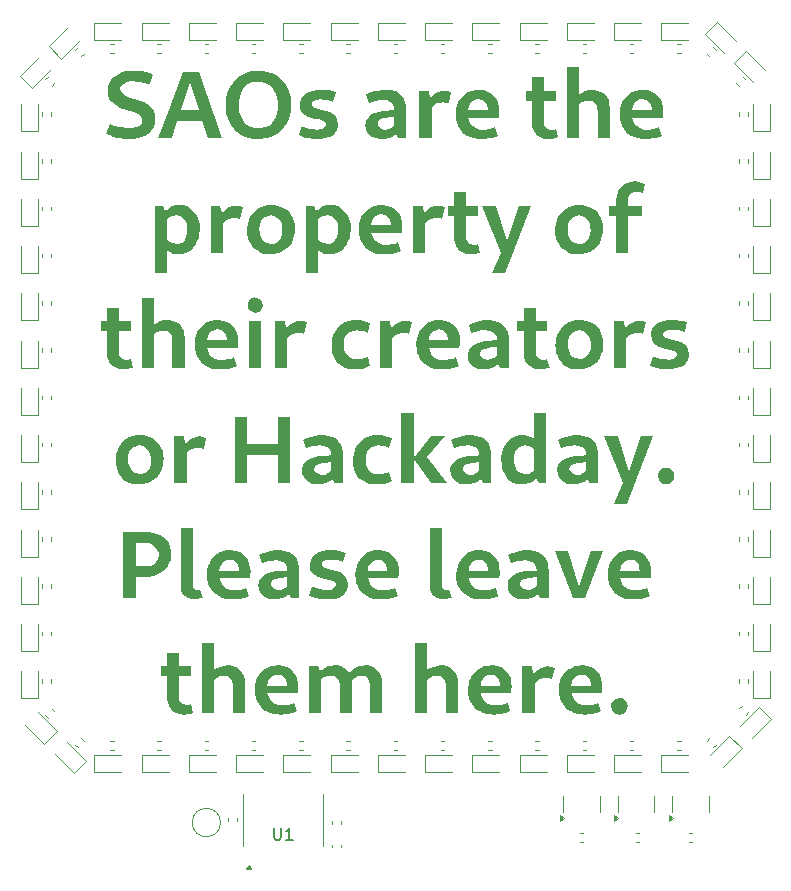
<source format=gto>
G04 #@! TF.GenerationSoftware,KiCad,Pcbnew,8.0.5-1.fc40*
G04 #@! TF.CreationDate,2024-11-12T05:50:39-08:00*
G04 #@! TF.ProjectId,2024-supercon-sign-sao,32303234-2d73-4757-9065-72636f6e2d73,rev?*
G04 #@! TF.SameCoordinates,Original*
G04 #@! TF.FileFunction,Legend,Top*
G04 #@! TF.FilePolarity,Positive*
%FSLAX46Y46*%
G04 Gerber Fmt 4.6, Leading zero omitted, Abs format (unit mm)*
G04 Created by KiCad (PCBNEW 8.0.5-1.fc40) date 2024-11-12 05:50:39*
%MOMM*%
%LPD*%
G01*
G04 APERTURE LIST*
%ADD10C,1.000000*%
%ADD11C,0.150000*%
%ADD12C,0.120000*%
G04 APERTURE END LIST*
D10*
G36*
X103483008Y-77137662D02*
G01*
X103854465Y-77119948D01*
X104195767Y-77067814D01*
X104505522Y-76982773D01*
X104782334Y-76866338D01*
X105097764Y-76664869D01*
X105348850Y-76413864D01*
X105532287Y-76116907D01*
X105644771Y-75777585D01*
X105683001Y-75399484D01*
X105649719Y-75048068D01*
X105555661Y-74754304D01*
X105409509Y-74511468D01*
X105111599Y-74227991D01*
X104745316Y-74021270D01*
X104477613Y-73914889D01*
X104201228Y-73825809D01*
X103924843Y-73747303D01*
X103529257Y-73634660D01*
X103182509Y-73507979D01*
X102913902Y-73344563D01*
X102727957Y-73030299D01*
X102719456Y-72928919D01*
X102791371Y-72641657D01*
X103002600Y-72429564D01*
X103296383Y-72310030D01*
X103625525Y-72259609D01*
X103815911Y-72253196D01*
X104125219Y-72265930D01*
X104438747Y-72303003D01*
X104746885Y-72362725D01*
X105040026Y-72443406D01*
X105197104Y-72498270D01*
X105497425Y-71669554D01*
X105217220Y-71559795D01*
X104920187Y-71470393D01*
X104611314Y-71402580D01*
X104295587Y-71357590D01*
X103977993Y-71336654D01*
X103872575Y-71335234D01*
X103507628Y-71353200D01*
X103168123Y-71406053D01*
X102856342Y-71492224D01*
X102574569Y-71610145D01*
X102325086Y-71758245D01*
X102046619Y-71999948D01*
X101835029Y-72288798D01*
X101695727Y-72621076D01*
X101634126Y-72993063D01*
X101631500Y-73091829D01*
X101664703Y-73423876D01*
X101758536Y-73702315D01*
X101994020Y-74033357D01*
X102317203Y-74279521D01*
X102698851Y-74462253D01*
X102971327Y-74559423D01*
X103248135Y-74644286D01*
X103520612Y-74723195D01*
X103902259Y-74844296D01*
X104225442Y-74987742D01*
X104460927Y-75174979D01*
X104587962Y-75529812D01*
X104520053Y-75809171D01*
X104318807Y-76019073D01*
X104036260Y-76139182D01*
X103716978Y-76190459D01*
X103531172Y-76197034D01*
X103232727Y-76184895D01*
X102917380Y-76148327D01*
X102592134Y-76087108D01*
X102263994Y-76001011D01*
X101993385Y-75910100D01*
X101834075Y-75847132D01*
X101533754Y-76691431D01*
X101821908Y-76812893D01*
X102121040Y-76917332D01*
X102427811Y-77003291D01*
X102738881Y-77069308D01*
X103050912Y-77113926D01*
X103360562Y-77135686D01*
X103483008Y-77137662D01*
G37*
G36*
X111285687Y-77047000D02*
G01*
X110124068Y-77047000D01*
X109669337Y-75624725D01*
X107510426Y-75624725D01*
X107047195Y-77047000D01*
X105935157Y-77047000D01*
X106796546Y-74689763D01*
X107810747Y-74689763D01*
X109369016Y-74689763D01*
X108589881Y-72328277D01*
X107810747Y-74689763D01*
X106796546Y-74689763D01*
X107989239Y-71425897D01*
X109336434Y-71425897D01*
X111285687Y-77047000D01*
G37*
G36*
X114594071Y-71338574D02*
G01*
X114888464Y-71364973D01*
X115168894Y-71416957D01*
X115561587Y-71541041D01*
X115918310Y-71717903D01*
X116236332Y-71944672D01*
X116512921Y-72218477D01*
X116745346Y-72536446D01*
X116930876Y-72895708D01*
X117066779Y-73293390D01*
X117128461Y-73578439D01*
X117166064Y-73878437D01*
X117178779Y-74192533D01*
X117165685Y-74516954D01*
X117126951Y-74826670D01*
X117063398Y-75120823D01*
X116975849Y-75398554D01*
X116801330Y-75782479D01*
X116577441Y-76124621D01*
X116306955Y-76422080D01*
X115992646Y-76671958D01*
X115637287Y-76871354D01*
X115243651Y-77017370D01*
X114961333Y-77083627D01*
X114664056Y-77124010D01*
X114352645Y-77137662D01*
X114054740Y-77124468D01*
X113633452Y-77056471D01*
X113245211Y-76933073D01*
X112892678Y-76757028D01*
X112578515Y-76531088D01*
X112305384Y-76258005D01*
X112075944Y-75940531D01*
X111892859Y-75581420D01*
X111758789Y-75183422D01*
X111697953Y-74897847D01*
X111660874Y-74597027D01*
X111648339Y-74281780D01*
X111651892Y-74192533D01*
X112744794Y-74192533D01*
X112752616Y-74416549D01*
X112792939Y-74733133D01*
X112866135Y-75024658D01*
X113012085Y-75371013D01*
X113209796Y-75664744D01*
X113455450Y-75901234D01*
X113745229Y-76075870D01*
X114075316Y-76184036D01*
X114441891Y-76221117D01*
X114623729Y-76212130D01*
X114961507Y-76141931D01*
X115261767Y-76005859D01*
X115520923Y-75808430D01*
X115735390Y-75554160D01*
X115901582Y-75247564D01*
X116015912Y-74893157D01*
X116065469Y-74598693D01*
X116082324Y-74281780D01*
X116064616Y-73949455D01*
X116012531Y-73641383D01*
X115927623Y-73359406D01*
X115766042Y-73027213D01*
X115552558Y-72749052D01*
X115290856Y-72529288D01*
X114984623Y-72372288D01*
X114637543Y-72282418D01*
X114352645Y-72261696D01*
X114175375Y-72270572D01*
X113845504Y-72339976D01*
X113551624Y-72474697D01*
X113297454Y-72670468D01*
X113086711Y-72923022D01*
X112923115Y-73228093D01*
X112810384Y-73581414D01*
X112761453Y-73875503D01*
X112744794Y-74192533D01*
X111651892Y-74192533D01*
X111661254Y-73957343D01*
X111699464Y-73647582D01*
X111762169Y-73353359D01*
X111848568Y-73075538D01*
X112020839Y-72691447D01*
X112241915Y-72349116D01*
X112509093Y-72051458D01*
X112819669Y-71801387D01*
X113170941Y-71601815D01*
X113560204Y-71455657D01*
X113839484Y-71389331D01*
X114133647Y-71348902D01*
X114441891Y-71335234D01*
X114594071Y-71338574D01*
G37*
G36*
X119422687Y-77137662D02*
G01*
X119714936Y-77125160D01*
X120066847Y-77070483D01*
X120373433Y-76973969D01*
X120632321Y-76837358D01*
X120885238Y-76612867D01*
X121055280Y-76331855D01*
X121137812Y-75997727D01*
X121145282Y-75849965D01*
X121090060Y-75477110D01*
X120939118Y-75194298D01*
X120714546Y-74985793D01*
X120438434Y-74835859D01*
X120132869Y-74728758D01*
X119819941Y-74648754D01*
X119521739Y-74580109D01*
X119185222Y-74479054D01*
X118936380Y-74284964D01*
X118911291Y-74171284D01*
X119067201Y-73911658D01*
X119353538Y-73807327D01*
X119674843Y-73780300D01*
X119962310Y-73795533D01*
X120269085Y-73838962D01*
X120548047Y-73898484D01*
X120755715Y-73954543D01*
X120973873Y-73171159D01*
X120683424Y-73084303D01*
X120367210Y-73020290D01*
X120077532Y-72984270D01*
X119782998Y-72968026D01*
X119698925Y-72967167D01*
X119394302Y-72979120D01*
X119028224Y-73031700D01*
X118709998Y-73125185D01*
X118441848Y-73258512D01*
X118180470Y-73479581D01*
X118005158Y-73759167D01*
X117920255Y-74095197D01*
X117912582Y-74244948D01*
X117966999Y-74613497D01*
X118115739Y-74889621D01*
X118337036Y-75090038D01*
X118609122Y-75231464D01*
X118910230Y-75330616D01*
X119218594Y-75404213D01*
X119512447Y-75468972D01*
X119844055Y-75570462D01*
X120089269Y-75777391D01*
X120113991Y-75900963D01*
X119987888Y-76167602D01*
X119702821Y-76296595D01*
X119407104Y-76325946D01*
X119097774Y-76306025D01*
X118801105Y-76258362D01*
X118497407Y-76185838D01*
X118203140Y-76091657D01*
X118083991Y-76045457D01*
X117855918Y-76830258D01*
X118165761Y-76945688D01*
X118453367Y-77024624D01*
X118754504Y-77083736D01*
X119062729Y-77121735D01*
X119371598Y-77137331D01*
X119422687Y-77137662D01*
G37*
G36*
X125375346Y-72974009D02*
G01*
X125669441Y-73009796D01*
X126014987Y-73104712D01*
X126306768Y-73252946D01*
X126544201Y-73453817D01*
X126726706Y-73706644D01*
X126853702Y-74010747D01*
X126924607Y-74365446D01*
X126940628Y-74664264D01*
X126940628Y-77047000D01*
X126194075Y-77047000D01*
X126046748Y-76667348D01*
X125959104Y-76750308D01*
X125695523Y-76933018D01*
X125431626Y-77046116D01*
X125139385Y-77114628D01*
X124821382Y-77137662D01*
X124668092Y-77132298D01*
X124318764Y-77073383D01*
X124021825Y-76952994D01*
X123782237Y-76775539D01*
X123604961Y-76545429D01*
X123494958Y-76267072D01*
X123457188Y-75944878D01*
X123459406Y-75867441D01*
X123471683Y-75813133D01*
X124496978Y-75813133D01*
X124497758Y-75841526D01*
X124602684Y-76109858D01*
X124860900Y-76279260D01*
X125162784Y-76325946D01*
X125379968Y-76306290D01*
X125672210Y-76208080D01*
X125917837Y-76036958D01*
X125917837Y-75267739D01*
X125824396Y-75269641D01*
X125485658Y-75286225D01*
X125201151Y-75317592D01*
X124918112Y-75378450D01*
X124621943Y-75528453D01*
X124496978Y-75813133D01*
X123471683Y-75813133D01*
X123538111Y-75519293D01*
X123732788Y-75234760D01*
X123975038Y-75051607D01*
X124296664Y-74906890D01*
X124591354Y-74822966D01*
X124932948Y-74759665D01*
X125322413Y-74716560D01*
X125609129Y-74698832D01*
X125917837Y-74689763D01*
X125917837Y-74579267D01*
X125908876Y-74446509D01*
X125798826Y-74154535D01*
X125567142Y-73954181D01*
X125268294Y-73855386D01*
X124943210Y-73828465D01*
X124629086Y-73848667D01*
X124340116Y-73900642D01*
X124041833Y-73984774D01*
X123773091Y-74084871D01*
X123529435Y-73349651D01*
X123617953Y-73305202D01*
X123901184Y-73187095D01*
X124204958Y-73092894D01*
X124521600Y-73023942D01*
X124843434Y-72981585D01*
X125162784Y-72967167D01*
X125375346Y-72974009D01*
G37*
G36*
X128028583Y-77047000D02*
G01*
X129068374Y-77047000D01*
X129068374Y-74480105D01*
X129288533Y-74269681D01*
X129546386Y-74122562D01*
X129833233Y-74044232D01*
X130001919Y-74032457D01*
X130292545Y-74061871D01*
X130506232Y-74121703D01*
X130741389Y-73172575D01*
X130466921Y-73087579D01*
X130176116Y-73057950D01*
X130156329Y-73057830D01*
X129854329Y-73089963D01*
X129569411Y-73183931D01*
X129307269Y-73336085D01*
X129073598Y-73542778D01*
X128955045Y-73683971D01*
X128857299Y-73057830D01*
X128028583Y-73057830D01*
X128028583Y-77047000D01*
G37*
G36*
X133175143Y-72969135D02*
G01*
X133541938Y-73015604D01*
X133867617Y-73121636D01*
X134149141Y-73284311D01*
X134383474Y-73500706D01*
X134567576Y-73767900D01*
X134698410Y-74082971D01*
X134772938Y-74442997D01*
X134790056Y-74740761D01*
X134775004Y-75038957D01*
X134741891Y-75324404D01*
X132183496Y-75324404D01*
X132226051Y-75506494D01*
X132360214Y-75817925D01*
X132558239Y-76058508D01*
X132818279Y-76227628D01*
X133138482Y-76324667D01*
X133449944Y-76350028D01*
X133607043Y-76344583D01*
X133892370Y-76308102D01*
X134175176Y-76238928D01*
X134448653Y-76138953D01*
X134685227Y-76862840D01*
X134520507Y-76925896D01*
X134219725Y-77017209D01*
X133909258Y-77083535D01*
X133596401Y-77123982D01*
X133288451Y-77137662D01*
X133041754Y-77128593D01*
X132695545Y-77081548D01*
X132379298Y-76995470D01*
X132094538Y-76871593D01*
X131842793Y-76711147D01*
X131625589Y-76515367D01*
X131444452Y-76285484D01*
X131300911Y-76022731D01*
X131196491Y-75728342D01*
X131132720Y-75403548D01*
X131111123Y-75049581D01*
X131113419Y-74934177D01*
X131138256Y-74691180D01*
X132159414Y-74691180D01*
X133815429Y-74691180D01*
X133807584Y-74532447D01*
X133730168Y-74215469D01*
X133574534Y-73977929D01*
X133308081Y-73811144D01*
X133003712Y-73763301D01*
X132869669Y-73771783D01*
X132565985Y-73876129D01*
X132342814Y-74096298D01*
X132215884Y-74380931D01*
X132159414Y-74691180D01*
X131138256Y-74691180D01*
X131147269Y-74603001D01*
X131220040Y-74296048D01*
X131329771Y-74015461D01*
X131474500Y-73763382D01*
X131652268Y-73541956D01*
X131937294Y-73298106D01*
X132184524Y-73156535D01*
X132458254Y-73052759D01*
X132756526Y-72988922D01*
X133077376Y-72967167D01*
X133175143Y-72969135D01*
G37*
G36*
X138986050Y-77137662D02*
G01*
X139294055Y-77115475D01*
X139577015Y-77061942D01*
X139797767Y-77000251D01*
X139586692Y-76259365D01*
X139306602Y-76329686D01*
X139212707Y-76334445D01*
X138932245Y-76282928D01*
X138697693Y-76093733D01*
X138606298Y-75820856D01*
X138603566Y-75756469D01*
X138603566Y-73886546D01*
X139595192Y-73886546D01*
X139595192Y-73057830D01*
X138603566Y-73057830D01*
X138603566Y-71913210D01*
X137580774Y-71913210D01*
X137580774Y-73057830D01*
X137028297Y-73057830D01*
X137028297Y-73886546D01*
X137580774Y-73886546D01*
X137580774Y-75823050D01*
X137605133Y-76112588D01*
X137701921Y-76430333D01*
X137868666Y-76694845D01*
X138101347Y-76901682D01*
X138395944Y-77046402D01*
X138673500Y-77114468D01*
X138986050Y-77137662D01*
G37*
G36*
X143114047Y-77047000D02*
G01*
X144153838Y-77047000D01*
X144153838Y-74516937D01*
X144127990Y-74173368D01*
X144052241Y-73867798D01*
X143929278Y-73602635D01*
X143713278Y-73331670D01*
X143432963Y-73132303D01*
X143165934Y-73027518D01*
X142863794Y-72973973D01*
X142700398Y-72967167D01*
X142387150Y-72993308D01*
X142086652Y-73072173D01*
X141804747Y-73204427D01*
X141547278Y-73390733D01*
X141547278Y-71063245D01*
X140523070Y-71063245D01*
X140523070Y-77047000D01*
X141547278Y-77047000D01*
X141547278Y-74192533D01*
X141773258Y-74018442D01*
X142047960Y-73905735D01*
X142341996Y-73869547D01*
X142641500Y-73910880D01*
X142894842Y-74057474D01*
X143052413Y-74306993D01*
X143110995Y-74607248D01*
X143114047Y-74706762D01*
X143114047Y-77047000D01*
G37*
G36*
X147057907Y-72969135D02*
G01*
X147424701Y-73015604D01*
X147750380Y-73121636D01*
X148031905Y-73284311D01*
X148266237Y-73500706D01*
X148450339Y-73767900D01*
X148581173Y-74082971D01*
X148655701Y-74442997D01*
X148672819Y-74740761D01*
X148657768Y-75038957D01*
X148624654Y-75324404D01*
X146066259Y-75324404D01*
X146108815Y-75506494D01*
X146242978Y-75817925D01*
X146441003Y-76058508D01*
X146701042Y-76227628D01*
X147021246Y-76324667D01*
X147332707Y-76350028D01*
X147489806Y-76344583D01*
X147775133Y-76308102D01*
X148057939Y-76238928D01*
X148331416Y-76138953D01*
X148567990Y-76862840D01*
X148403271Y-76925896D01*
X148102488Y-77017209D01*
X147792021Y-77083535D01*
X147479165Y-77123982D01*
X147171214Y-77137662D01*
X146924517Y-77128593D01*
X146578309Y-77081548D01*
X146262061Y-76995470D01*
X145977301Y-76871593D01*
X145725556Y-76711147D01*
X145508352Y-76515367D01*
X145327216Y-76285484D01*
X145183675Y-76022731D01*
X145079255Y-75728342D01*
X145015483Y-75403548D01*
X144993887Y-75049581D01*
X144996182Y-74934177D01*
X145021019Y-74691180D01*
X146042177Y-74691180D01*
X147698192Y-74691180D01*
X147690347Y-74532447D01*
X147612931Y-74215469D01*
X147457298Y-73977929D01*
X147190844Y-73811144D01*
X146886476Y-73763301D01*
X146752433Y-73771783D01*
X146448748Y-73876129D01*
X146225577Y-74096298D01*
X146098647Y-74380931D01*
X146042177Y-74691180D01*
X145021019Y-74691180D01*
X145030032Y-74603001D01*
X145102803Y-74296048D01*
X145212534Y-74015461D01*
X145357264Y-73763382D01*
X145535031Y-73541956D01*
X145820057Y-73298106D01*
X146067287Y-73156535D01*
X146341018Y-73052759D01*
X146639289Y-72988922D01*
X146960139Y-72967167D01*
X147057907Y-72969135D01*
G37*
G36*
X107993031Y-82732260D02*
G01*
X108333893Y-82823492D01*
X108637639Y-82982327D01*
X108899605Y-83203834D01*
X109115127Y-83483083D01*
X109279538Y-83815144D01*
X109366499Y-84095881D01*
X109420119Y-84401471D01*
X109438430Y-84729834D01*
X109436207Y-84848180D01*
X109403543Y-85188345D01*
X109333667Y-85504362D01*
X109228869Y-85793864D01*
X109091440Y-86054484D01*
X108861399Y-86352957D01*
X108582846Y-86590264D01*
X108261210Y-86760794D01*
X107901918Y-86858936D01*
X107611005Y-86881662D01*
X107470060Y-86876060D01*
X107169541Y-86823469D01*
X106897408Y-86717827D01*
X106636378Y-86541676D01*
X106636378Y-88513595D01*
X105629169Y-88513595D01*
X105629169Y-83930867D01*
X106636378Y-83930867D01*
X106636378Y-85547217D01*
X106689941Y-85623972D01*
X106912365Y-85834140D01*
X107189572Y-85964883D01*
X107472177Y-86004782D01*
X107628046Y-85992866D01*
X107900482Y-85900234D01*
X108147368Y-85684274D01*
X108293361Y-85414892D01*
X108365539Y-85136460D01*
X108390139Y-84813414D01*
X108380441Y-84608097D01*
X108322651Y-84302439D01*
X108188897Y-84000850D01*
X107990542Y-83776897D01*
X107733582Y-83637471D01*
X107424012Y-83589464D01*
X107145292Y-83624992D01*
X106869728Y-83741318D01*
X106636378Y-83930867D01*
X105629169Y-83930867D01*
X105629169Y-82801830D01*
X106327557Y-82801830D01*
X106514550Y-83231062D01*
X106632753Y-83113143D01*
X106864796Y-82941149D01*
X107125385Y-82815101D01*
X107410429Y-82737581D01*
X107715834Y-82711167D01*
X107993031Y-82732260D01*
G37*
G36*
X110360642Y-86791000D02*
G01*
X111400432Y-86791000D01*
X111400432Y-84224105D01*
X111620592Y-84013681D01*
X111878444Y-83866562D01*
X112165291Y-83788232D01*
X112333977Y-83776457D01*
X112624604Y-83805871D01*
X112838290Y-83865703D01*
X113073447Y-82916575D01*
X112798979Y-82831579D01*
X112508174Y-82801950D01*
X112488388Y-82801830D01*
X112186387Y-82833963D01*
X111901469Y-82927931D01*
X111639327Y-83080085D01*
X111405656Y-83286778D01*
X111287104Y-83427971D01*
X111189358Y-82801830D01*
X110360642Y-82801830D01*
X110360642Y-86791000D01*
G37*
G36*
X115747230Y-82720235D02*
G01*
X116053980Y-82767104D01*
X116335963Y-82852474D01*
X116670352Y-83023430D01*
X116953361Y-83256207D01*
X117180790Y-83547021D01*
X117312361Y-83800942D01*
X117408534Y-84083782D01*
X117467538Y-84393945D01*
X117487599Y-84729834D01*
X117477909Y-84968307D01*
X117428021Y-85304993D01*
X117337594Y-85614683D01*
X117208750Y-85895388D01*
X117043612Y-86145119D01*
X116844301Y-86361886D01*
X116612940Y-86543702D01*
X116351651Y-86688576D01*
X116062556Y-86794520D01*
X115747776Y-86859545D01*
X115409434Y-86881662D01*
X115189153Y-86872517D01*
X114879070Y-86825293D01*
X114594818Y-86739382D01*
X114258769Y-86567607D01*
X113975295Y-86334143D01*
X113748198Y-86043041D01*
X113617159Y-85789326D01*
X113521574Y-85507177D01*
X113463047Y-85198303D01*
X113443182Y-84864412D01*
X113446912Y-84772332D01*
X114491472Y-84772332D01*
X114501814Y-84975896D01*
X114563188Y-85281050D01*
X114704391Y-85584824D01*
X114912304Y-85812419D01*
X115179533Y-85955262D01*
X115498681Y-86004782D01*
X115604274Y-85999564D01*
X115889111Y-85923415D01*
X116154428Y-85727443D01*
X116317436Y-85475840D01*
X116414545Y-85154613D01*
X116440725Y-84838913D01*
X116430384Y-84632965D01*
X116369010Y-84323954D01*
X116227807Y-84015977D01*
X116019893Y-83784965D01*
X115752665Y-83639824D01*
X115433517Y-83589464D01*
X115227503Y-83610193D01*
X114959543Y-83716011D01*
X114746285Y-83905722D01*
X114593836Y-84172826D01*
X114517652Y-84449844D01*
X114491472Y-84772332D01*
X113446912Y-84772332D01*
X113452889Y-84624756D01*
X113502880Y-84286796D01*
X113593519Y-83976353D01*
X113722706Y-83695325D01*
X113888339Y-83445610D01*
X114088316Y-83229105D01*
X114320538Y-83047708D01*
X114582903Y-82903318D01*
X114873310Y-82797833D01*
X115189658Y-82733150D01*
X115529846Y-82711167D01*
X115747230Y-82720235D01*
G37*
G36*
X120776506Y-82732260D02*
G01*
X121117368Y-82823492D01*
X121421114Y-82982327D01*
X121683081Y-83203834D01*
X121898602Y-83483083D01*
X122063013Y-83815144D01*
X122149974Y-84095881D01*
X122203594Y-84401471D01*
X122221905Y-84729834D01*
X122219682Y-84848180D01*
X122187018Y-85188345D01*
X122117142Y-85504362D01*
X122012345Y-85793864D01*
X121874915Y-86054484D01*
X121644874Y-86352957D01*
X121366321Y-86590264D01*
X121044685Y-86760794D01*
X120685394Y-86858936D01*
X120394480Y-86881662D01*
X120253535Y-86876060D01*
X119953017Y-86823469D01*
X119680883Y-86717827D01*
X119419853Y-86541676D01*
X119419853Y-88513595D01*
X118412644Y-88513595D01*
X118412644Y-83930867D01*
X119419853Y-83930867D01*
X119419853Y-85547217D01*
X119473416Y-85623972D01*
X119695840Y-85834140D01*
X119973047Y-85964883D01*
X120255652Y-86004782D01*
X120411522Y-85992866D01*
X120683957Y-85900234D01*
X120930843Y-85684274D01*
X121076836Y-85414892D01*
X121149015Y-85136460D01*
X121173614Y-84813414D01*
X121163916Y-84608097D01*
X121106126Y-84302439D01*
X120972372Y-84000850D01*
X120774017Y-83776897D01*
X120517058Y-83637471D01*
X120207487Y-83589464D01*
X119928767Y-83624992D01*
X119653203Y-83741318D01*
X119419853Y-83930867D01*
X118412644Y-83930867D01*
X118412644Y-82801830D01*
X119111032Y-82801830D01*
X119298025Y-83231062D01*
X119416229Y-83113143D01*
X119648271Y-82941149D01*
X119908860Y-82815101D01*
X120193904Y-82737581D01*
X120499309Y-82711167D01*
X120776506Y-82732260D01*
G37*
G36*
X124964480Y-82713135D02*
G01*
X125331275Y-82759604D01*
X125656954Y-82865636D01*
X125938478Y-83028311D01*
X126172810Y-83244706D01*
X126356913Y-83511900D01*
X126487747Y-83826971D01*
X126562275Y-84186997D01*
X126579393Y-84484761D01*
X126564341Y-84782957D01*
X126531228Y-85068404D01*
X123972833Y-85068404D01*
X124015388Y-85250494D01*
X124149551Y-85561925D01*
X124347576Y-85802508D01*
X124607615Y-85971628D01*
X124927819Y-86068667D01*
X125239281Y-86094028D01*
X125396380Y-86088583D01*
X125681707Y-86052102D01*
X125964513Y-85982928D01*
X126237990Y-85882953D01*
X126474563Y-86606840D01*
X126309844Y-86669896D01*
X126009062Y-86761209D01*
X125698595Y-86827535D01*
X125385738Y-86867982D01*
X125077787Y-86881662D01*
X124831091Y-86872593D01*
X124484882Y-86825548D01*
X124168635Y-86739470D01*
X123883875Y-86615593D01*
X123632130Y-86455147D01*
X123414925Y-86259367D01*
X123233789Y-86029484D01*
X123090248Y-85766731D01*
X122985828Y-85472342D01*
X122922057Y-85147548D01*
X122900460Y-84793581D01*
X122902756Y-84678177D01*
X122927593Y-84435180D01*
X123948751Y-84435180D01*
X125604766Y-84435180D01*
X125596921Y-84276447D01*
X125519505Y-83959469D01*
X125363871Y-83721929D01*
X125097418Y-83555144D01*
X124793049Y-83507301D01*
X124659006Y-83515783D01*
X124355321Y-83620129D01*
X124132151Y-83840298D01*
X124005220Y-84124931D01*
X123948751Y-84435180D01*
X122927593Y-84435180D01*
X122936606Y-84347001D01*
X123009377Y-84040048D01*
X123119108Y-83759461D01*
X123263837Y-83507382D01*
X123441605Y-83285956D01*
X123726631Y-83042106D01*
X123973860Y-82900535D01*
X124247591Y-82796759D01*
X124545862Y-82732922D01*
X124866713Y-82711167D01*
X124964480Y-82713135D01*
G37*
G36*
X127501605Y-86791000D02*
G01*
X128541395Y-86791000D01*
X128541395Y-84224105D01*
X128761555Y-84013681D01*
X129019407Y-83866562D01*
X129306254Y-83788232D01*
X129474940Y-83776457D01*
X129765567Y-83805871D01*
X129979253Y-83865703D01*
X130214410Y-82916575D01*
X129939942Y-82831579D01*
X129649137Y-82801950D01*
X129629351Y-82801830D01*
X129327350Y-82833963D01*
X129042432Y-82927931D01*
X128780290Y-83080085D01*
X128546619Y-83286778D01*
X128428067Y-83427971D01*
X128330321Y-82801830D01*
X127501605Y-82801830D01*
X127501605Y-86791000D01*
G37*
G36*
X132395987Y-86881662D02*
G01*
X132703992Y-86859475D01*
X132986952Y-86805942D01*
X133207704Y-86744251D01*
X132996629Y-86003365D01*
X132716539Y-86073686D01*
X132622644Y-86078445D01*
X132342182Y-86026928D01*
X132107630Y-85837733D01*
X132016235Y-85564856D01*
X132013503Y-85500469D01*
X132013503Y-83630546D01*
X133005129Y-83630546D01*
X133005129Y-82801830D01*
X132013503Y-82801830D01*
X132013503Y-81657210D01*
X130990711Y-81657210D01*
X130990711Y-82801830D01*
X130438234Y-82801830D01*
X130438234Y-83630546D01*
X130990711Y-83630546D01*
X130990711Y-85567050D01*
X131015070Y-85856588D01*
X131111858Y-86174333D01*
X131278603Y-86438845D01*
X131511284Y-86645682D01*
X131805881Y-86790402D01*
X132083437Y-86858468D01*
X132395987Y-86881662D01*
G37*
G36*
X134193663Y-88513595D02*
G01*
X135314201Y-88513595D01*
X135947425Y-86751334D01*
X137457529Y-82801830D01*
X136426238Y-82801830D01*
X135443112Y-85792290D01*
X134518067Y-82801830D01*
X133373447Y-82801830D01*
X134907634Y-86751334D01*
X134193663Y-88513595D01*
G37*
G36*
X141835493Y-82720235D02*
G01*
X142142242Y-82767104D01*
X142424225Y-82852474D01*
X142758614Y-83023430D01*
X143041623Y-83256207D01*
X143269052Y-83547021D01*
X143400623Y-83800942D01*
X143496797Y-84083782D01*
X143555800Y-84393945D01*
X143575861Y-84729834D01*
X143566172Y-84968307D01*
X143516283Y-85304993D01*
X143425856Y-85614683D01*
X143297012Y-85895388D01*
X143131874Y-86145119D01*
X142932563Y-86361886D01*
X142701203Y-86543702D01*
X142439913Y-86688576D01*
X142150818Y-86794520D01*
X141836038Y-86859545D01*
X141497697Y-86881662D01*
X141277416Y-86872517D01*
X140967333Y-86825293D01*
X140683080Y-86739382D01*
X140347032Y-86567607D01*
X140063558Y-86334143D01*
X139836460Y-86043041D01*
X139705422Y-85789326D01*
X139609837Y-85507177D01*
X139551310Y-85198303D01*
X139531444Y-84864412D01*
X139535174Y-84772332D01*
X140579734Y-84772332D01*
X140590076Y-84975896D01*
X140651450Y-85281050D01*
X140792653Y-85584824D01*
X141000567Y-85812419D01*
X141267795Y-85955262D01*
X141586943Y-86004782D01*
X141692537Y-85999564D01*
X141977374Y-85923415D01*
X142242690Y-85727443D01*
X142405698Y-85475840D01*
X142502808Y-85154613D01*
X142528988Y-84838913D01*
X142518646Y-84632965D01*
X142457272Y-84323954D01*
X142316069Y-84015977D01*
X142108155Y-83784965D01*
X141840927Y-83639824D01*
X141521779Y-83589464D01*
X141315765Y-83610193D01*
X141047805Y-83716011D01*
X140834547Y-83905722D01*
X140682098Y-84172826D01*
X140605914Y-84449844D01*
X140579734Y-84772332D01*
X139535174Y-84772332D01*
X139541152Y-84624756D01*
X139591142Y-84286796D01*
X139681782Y-83976353D01*
X139810968Y-83695325D01*
X139976601Y-83445610D01*
X140176579Y-83229105D01*
X140408801Y-83047708D01*
X140671166Y-82903318D01*
X140961573Y-82797833D01*
X141277921Y-82733150D01*
X141618108Y-82711167D01*
X141835493Y-82720235D01*
G37*
G36*
X144704898Y-86791000D02*
G01*
X145703607Y-86791000D01*
X145703607Y-83630546D01*
X146839727Y-83630546D01*
X146839727Y-82801830D01*
X145703607Y-82801830D01*
X145703607Y-82202605D01*
X145756890Y-81904936D01*
X145938580Y-81683899D01*
X146209027Y-81588048D01*
X146360914Y-81577880D01*
X146663294Y-81603881D01*
X146939994Y-81681298D01*
X146970055Y-81695459D01*
X147172630Y-80953156D01*
X146894218Y-80823709D01*
X146613226Y-80747283D01*
X146311301Y-80716847D01*
X146280167Y-80716582D01*
X145942010Y-80745971D01*
X145636606Y-80831372D01*
X145367758Y-80968633D01*
X145139266Y-81153606D01*
X144954933Y-81382139D01*
X144818559Y-81650083D01*
X144733947Y-81953287D01*
X144704898Y-82287601D01*
X144704898Y-82801830D01*
X144095757Y-82801830D01*
X144095757Y-83630546D01*
X144704898Y-83630546D01*
X144704898Y-86791000D01*
G37*
G36*
X102998528Y-96625662D02*
G01*
X103306532Y-96603475D01*
X103589493Y-96549942D01*
X103810245Y-96488251D01*
X103599170Y-95747365D01*
X103319080Y-95817686D01*
X103225185Y-95822445D01*
X102944723Y-95770928D01*
X102710171Y-95581733D01*
X102618776Y-95308856D01*
X102616044Y-95244469D01*
X102616044Y-93374546D01*
X103607669Y-93374546D01*
X103607669Y-92545830D01*
X102616044Y-92545830D01*
X102616044Y-91401210D01*
X101593252Y-91401210D01*
X101593252Y-92545830D01*
X101040775Y-92545830D01*
X101040775Y-93374546D01*
X101593252Y-93374546D01*
X101593252Y-95311050D01*
X101617611Y-95600588D01*
X101714399Y-95918333D01*
X101881143Y-96182845D01*
X102113825Y-96389682D01*
X102408422Y-96534402D01*
X102685978Y-96602468D01*
X102998528Y-96625662D01*
G37*
G36*
X107126525Y-96535000D02*
G01*
X108166316Y-96535000D01*
X108166316Y-94004937D01*
X108140468Y-93661368D01*
X108064718Y-93355798D01*
X107941756Y-93090635D01*
X107725756Y-92819670D01*
X107445441Y-92620303D01*
X107178412Y-92515518D01*
X106876272Y-92461973D01*
X106712875Y-92455167D01*
X106399628Y-92481308D01*
X106099130Y-92560173D01*
X105817225Y-92692427D01*
X105559756Y-92878733D01*
X105559756Y-90551245D01*
X104535548Y-90551245D01*
X104535548Y-96535000D01*
X105559756Y-96535000D01*
X105559756Y-93680533D01*
X105785736Y-93506442D01*
X106060438Y-93393735D01*
X106354473Y-93357547D01*
X106653978Y-93398880D01*
X106907320Y-93545474D01*
X107064891Y-93794993D01*
X107123473Y-94095248D01*
X107126525Y-94194762D01*
X107126525Y-96535000D01*
G37*
G36*
X111070384Y-92457135D02*
G01*
X111437179Y-92503604D01*
X111762858Y-92609636D01*
X112044382Y-92772311D01*
X112278715Y-92988706D01*
X112462817Y-93255900D01*
X112593651Y-93570971D01*
X112668179Y-93930997D01*
X112685297Y-94228761D01*
X112670245Y-94526957D01*
X112637132Y-94812404D01*
X110078737Y-94812404D01*
X110121292Y-94994494D01*
X110255455Y-95305925D01*
X110453481Y-95546508D01*
X110713520Y-95715628D01*
X111033723Y-95812667D01*
X111345185Y-95838028D01*
X111502284Y-95832583D01*
X111787611Y-95796102D01*
X112070417Y-95726928D01*
X112343894Y-95626953D01*
X112580468Y-96350840D01*
X112415748Y-96413896D01*
X112114966Y-96505209D01*
X111804499Y-96571535D01*
X111491642Y-96611982D01*
X111183692Y-96625662D01*
X110936995Y-96616593D01*
X110590787Y-96569548D01*
X110274539Y-96483470D01*
X109989779Y-96359593D01*
X109738034Y-96199147D01*
X109520830Y-96003367D01*
X109339694Y-95773484D01*
X109196152Y-95510731D01*
X109091732Y-95216342D01*
X109027961Y-94891548D01*
X109006365Y-94537581D01*
X109008660Y-94422177D01*
X109033497Y-94179180D01*
X110054655Y-94179180D01*
X111710670Y-94179180D01*
X111702825Y-94020447D01*
X111625409Y-93703469D01*
X111469775Y-93465929D01*
X111203322Y-93299144D01*
X110898954Y-93251301D01*
X110764910Y-93259783D01*
X110461226Y-93364129D01*
X110238055Y-93584298D01*
X110111125Y-93868931D01*
X110054655Y-94179180D01*
X109033497Y-94179180D01*
X109042510Y-94091001D01*
X109115281Y-93784048D01*
X109225012Y-93503461D01*
X109369742Y-93251382D01*
X109547509Y-93029956D01*
X109832535Y-92786106D01*
X110079765Y-92644535D01*
X110353496Y-92540759D01*
X110651767Y-92476922D01*
X110972617Y-92455167D01*
X111070384Y-92457135D01*
G37*
G36*
X113607509Y-96535000D02*
G01*
X114647300Y-96535000D01*
X114647300Y-92545830D01*
X113607509Y-92545830D01*
X113607509Y-96535000D01*
G37*
G36*
X114135904Y-91820526D02*
G01*
X114424097Y-91765122D01*
X114652544Y-91583900D01*
X114762581Y-91293268D01*
X114769128Y-91187302D01*
X114712032Y-90894039D01*
X114528241Y-90663637D01*
X114239579Y-90553514D01*
X114135904Y-90546995D01*
X113842368Y-90604007D01*
X113611334Y-90788756D01*
X113500734Y-91081489D01*
X113494180Y-91187302D01*
X113551465Y-91479817D01*
X113736847Y-91706858D01*
X114030056Y-91814216D01*
X114135904Y-91820526D01*
G37*
G36*
X115811752Y-96535000D02*
G01*
X116851542Y-96535000D01*
X116851542Y-93968105D01*
X117071702Y-93757681D01*
X117329554Y-93610562D01*
X117616401Y-93532232D01*
X117785087Y-93520457D01*
X118075714Y-93549871D01*
X118289400Y-93609703D01*
X118524557Y-92660575D01*
X118250089Y-92575579D01*
X117959285Y-92545950D01*
X117939498Y-92545830D01*
X117637497Y-92577963D01*
X117352579Y-92671931D01*
X117090437Y-92824085D01*
X116856766Y-93030778D01*
X116738214Y-93171971D01*
X116640468Y-92545830D01*
X115811752Y-92545830D01*
X115811752Y-96535000D01*
G37*
G36*
X122581724Y-96625662D02*
G01*
X122890853Y-96610688D01*
X123188136Y-96566061D01*
X123471082Y-96492226D01*
X123737201Y-96389628D01*
X123880754Y-96318258D01*
X123654097Y-95598621D01*
X123384275Y-95698216D01*
X123089000Y-95766606D01*
X122808381Y-95789863D01*
X122489263Y-95756198D01*
X122217658Y-95657082D01*
X121958239Y-95455721D01*
X121775765Y-95169048D01*
X121685836Y-94868501D01*
X121655262Y-94514916D01*
X121683022Y-94181647D01*
X121765286Y-93901301D01*
X121933803Y-93636796D01*
X122175977Y-93453120D01*
X122489177Y-93352796D01*
X122736134Y-93333464D01*
X123019029Y-93352452D01*
X123309653Y-93407338D01*
X123591666Y-93495012D01*
X123645597Y-93516207D01*
X123865171Y-92691741D01*
X123596812Y-92589634D01*
X123308798Y-92515550D01*
X123008566Y-92470418D01*
X122703552Y-92455167D01*
X122357054Y-92477170D01*
X122035979Y-92541992D01*
X121742217Y-92647854D01*
X121477660Y-92792978D01*
X121244199Y-92975585D01*
X121043724Y-93193896D01*
X120878126Y-93446131D01*
X120749297Y-93730513D01*
X120659127Y-94045262D01*
X120609507Y-94388599D01*
X120599889Y-94632494D01*
X120619191Y-94973643D01*
X120676320Y-95285662D01*
X120770105Y-95567585D01*
X120950151Y-95894995D01*
X121190512Y-96164891D01*
X121488416Y-96374982D01*
X121747939Y-96491926D01*
X122037101Y-96572974D01*
X122354731Y-96617161D01*
X122581724Y-96625662D01*
G37*
G36*
X124696720Y-96535000D02*
G01*
X125736511Y-96535000D01*
X125736511Y-93968105D01*
X125956671Y-93757681D01*
X126214523Y-93610562D01*
X126501370Y-93532232D01*
X126670056Y-93520457D01*
X126960683Y-93549871D01*
X127174369Y-93609703D01*
X127409526Y-92660575D01*
X127135058Y-92575579D01*
X126844253Y-92545950D01*
X126824466Y-92545830D01*
X126522466Y-92577963D01*
X126237548Y-92671931D01*
X125975406Y-92824085D01*
X125741735Y-93030778D01*
X125623182Y-93171971D01*
X125525436Y-92545830D01*
X124696720Y-92545830D01*
X124696720Y-96535000D01*
G37*
G36*
X129843280Y-92457135D02*
G01*
X130210075Y-92503604D01*
X130535754Y-92609636D01*
X130817278Y-92772311D01*
X131051611Y-92988706D01*
X131235713Y-93255900D01*
X131366547Y-93570971D01*
X131441075Y-93930997D01*
X131458193Y-94228761D01*
X131443141Y-94526957D01*
X131410028Y-94812404D01*
X128851633Y-94812404D01*
X128894188Y-94994494D01*
X129028351Y-95305925D01*
X129226377Y-95546508D01*
X129486416Y-95715628D01*
X129806620Y-95812667D01*
X130118081Y-95838028D01*
X130275180Y-95832583D01*
X130560507Y-95796102D01*
X130843313Y-95726928D01*
X131116790Y-95626953D01*
X131353364Y-96350840D01*
X131188644Y-96413896D01*
X130887862Y-96505209D01*
X130577395Y-96571535D01*
X130264538Y-96611982D01*
X129956588Y-96625662D01*
X129709891Y-96616593D01*
X129363683Y-96569548D01*
X129047435Y-96483470D01*
X128762675Y-96359593D01*
X128510930Y-96199147D01*
X128293726Y-96003367D01*
X128112590Y-95773484D01*
X127969048Y-95510731D01*
X127864629Y-95216342D01*
X127800857Y-94891548D01*
X127779261Y-94537581D01*
X127781556Y-94422177D01*
X127806393Y-94179180D01*
X128827551Y-94179180D01*
X130483566Y-94179180D01*
X130475721Y-94020447D01*
X130398305Y-93703469D01*
X130242671Y-93465929D01*
X129976218Y-93299144D01*
X129671850Y-93251301D01*
X129537806Y-93259783D01*
X129234122Y-93364129D01*
X129010951Y-93584298D01*
X128884021Y-93868931D01*
X128827551Y-94179180D01*
X127806393Y-94179180D01*
X127815406Y-94091001D01*
X127888177Y-93784048D01*
X127997908Y-93503461D01*
X128142638Y-93251382D01*
X128320405Y-93029956D01*
X128605431Y-92786106D01*
X128852661Y-92644535D01*
X129126392Y-92540759D01*
X129424663Y-92476922D01*
X129745513Y-92455167D01*
X129843280Y-92457135D01*
G37*
G36*
X134039324Y-92462009D02*
G01*
X134333419Y-92497796D01*
X134678965Y-92592712D01*
X134970746Y-92740946D01*
X135208179Y-92941817D01*
X135390684Y-93194644D01*
X135517680Y-93498747D01*
X135588585Y-93853446D01*
X135604606Y-94152264D01*
X135604606Y-96535000D01*
X134858053Y-96535000D01*
X134710726Y-96155348D01*
X134623082Y-96238308D01*
X134359501Y-96421018D01*
X134095604Y-96534116D01*
X133803364Y-96602628D01*
X133485360Y-96625662D01*
X133332070Y-96620298D01*
X132982742Y-96561383D01*
X132685803Y-96440994D01*
X132446215Y-96263539D01*
X132268939Y-96033429D01*
X132158936Y-95755072D01*
X132121166Y-95432878D01*
X132123384Y-95355441D01*
X132135661Y-95301133D01*
X133160956Y-95301133D01*
X133161737Y-95329526D01*
X133266662Y-95597858D01*
X133524878Y-95767260D01*
X133826762Y-95813946D01*
X134043946Y-95794290D01*
X134336188Y-95696080D01*
X134581815Y-95524958D01*
X134581815Y-94755739D01*
X134488374Y-94757641D01*
X134149636Y-94774225D01*
X133865129Y-94805592D01*
X133582091Y-94866450D01*
X133285921Y-95016453D01*
X133160956Y-95301133D01*
X132135661Y-95301133D01*
X132202089Y-95007293D01*
X132396766Y-94722760D01*
X132639016Y-94539607D01*
X132960642Y-94394890D01*
X133255332Y-94310966D01*
X133596926Y-94247665D01*
X133986391Y-94204560D01*
X134273107Y-94186832D01*
X134581815Y-94177763D01*
X134581815Y-94067267D01*
X134572854Y-93934509D01*
X134462804Y-93642535D01*
X134231120Y-93442181D01*
X133932272Y-93343386D01*
X133607188Y-93316465D01*
X133293064Y-93336667D01*
X133004094Y-93388642D01*
X132705811Y-93472774D01*
X132437069Y-93572871D01*
X132193413Y-92837651D01*
X132281931Y-92793202D01*
X132565162Y-92675095D01*
X132868936Y-92580894D01*
X133185578Y-92511942D01*
X133507412Y-92469585D01*
X133826762Y-92455167D01*
X134039324Y-92462009D01*
G37*
G36*
X138260747Y-96625662D02*
G01*
X138568751Y-96603475D01*
X138851712Y-96549942D01*
X139072464Y-96488251D01*
X138861389Y-95747365D01*
X138581299Y-95817686D01*
X138487404Y-95822445D01*
X138206942Y-95770928D01*
X137972390Y-95581733D01*
X137880995Y-95308856D01*
X137878263Y-95244469D01*
X137878263Y-93374546D01*
X138869889Y-93374546D01*
X138869889Y-92545830D01*
X137878263Y-92545830D01*
X137878263Y-91401210D01*
X136855471Y-91401210D01*
X136855471Y-92545830D01*
X136302994Y-92545830D01*
X136302994Y-93374546D01*
X136855471Y-93374546D01*
X136855471Y-95311050D01*
X136879830Y-95600588D01*
X136976618Y-95918333D01*
X137143362Y-96182845D01*
X137376044Y-96389682D01*
X137670641Y-96534402D01*
X137948197Y-96602468D01*
X138260747Y-96625662D01*
G37*
G36*
X141858159Y-92464235D02*
G01*
X142164909Y-92511104D01*
X142446892Y-92596474D01*
X142781280Y-92767430D01*
X143064289Y-93000207D01*
X143291719Y-93291021D01*
X143423290Y-93544942D01*
X143519463Y-93827782D01*
X143578466Y-94137945D01*
X143598528Y-94473834D01*
X143588838Y-94712307D01*
X143538949Y-95048993D01*
X143448522Y-95358683D01*
X143319679Y-95639388D01*
X143154540Y-95889119D01*
X142955230Y-96105886D01*
X142723869Y-96287702D01*
X142462580Y-96432576D01*
X142173484Y-96538520D01*
X141858705Y-96603545D01*
X141520363Y-96625662D01*
X141300082Y-96616517D01*
X140989999Y-96569293D01*
X140705747Y-96483382D01*
X140369698Y-96311607D01*
X140086224Y-96078143D01*
X139859127Y-95787041D01*
X139728088Y-95533326D01*
X139632503Y-95251177D01*
X139573976Y-94942303D01*
X139554111Y-94608412D01*
X139557841Y-94516332D01*
X140602401Y-94516332D01*
X140612743Y-94719896D01*
X140674117Y-95025050D01*
X140815320Y-95328824D01*
X141023233Y-95556419D01*
X141290462Y-95699262D01*
X141609609Y-95748782D01*
X141715203Y-95743564D01*
X142000040Y-95667415D01*
X142265357Y-95471443D01*
X142428365Y-95219840D01*
X142525474Y-94898613D01*
X142551654Y-94582913D01*
X142541312Y-94376965D01*
X142479938Y-94067954D01*
X142338735Y-93759977D01*
X142130822Y-93528965D01*
X141863593Y-93383824D01*
X141544445Y-93333464D01*
X141338431Y-93354193D01*
X141070471Y-93460011D01*
X140857213Y-93649722D01*
X140704764Y-93916826D01*
X140628581Y-94193844D01*
X140602401Y-94516332D01*
X139557841Y-94516332D01*
X139563818Y-94368756D01*
X139613809Y-94030796D01*
X139704448Y-93720353D01*
X139833635Y-93439325D01*
X139999267Y-93189610D01*
X140199245Y-92973105D01*
X140431467Y-92791708D01*
X140693832Y-92647318D01*
X140984239Y-92541833D01*
X141300587Y-92477150D01*
X141640775Y-92455167D01*
X141858159Y-92464235D01*
G37*
G36*
X144523573Y-96535000D02*
G01*
X145563364Y-96535000D01*
X145563364Y-93968105D01*
X145783523Y-93757681D01*
X146041376Y-93610562D01*
X146328223Y-93532232D01*
X146496909Y-93520457D01*
X146787535Y-93549871D01*
X147001221Y-93609703D01*
X147236378Y-92660575D01*
X146961911Y-92575579D01*
X146671106Y-92545950D01*
X146651319Y-92545830D01*
X146349319Y-92577963D01*
X146064401Y-92671931D01*
X145802259Y-92824085D01*
X145568588Y-93030778D01*
X145450035Y-93171971D01*
X145352289Y-92545830D01*
X144523573Y-92545830D01*
X144523573Y-96535000D01*
G37*
G36*
X149148800Y-96625662D02*
G01*
X149441049Y-96613160D01*
X149792960Y-96558483D01*
X150099546Y-96461969D01*
X150358434Y-96325358D01*
X150611351Y-96100867D01*
X150781394Y-95819855D01*
X150863925Y-95485727D01*
X150871396Y-95337965D01*
X150816173Y-94965110D01*
X150665232Y-94682298D01*
X150440660Y-94473793D01*
X150164547Y-94323859D01*
X149858982Y-94216758D01*
X149546054Y-94136754D01*
X149247852Y-94068109D01*
X148911336Y-93967054D01*
X148662493Y-93772964D01*
X148637404Y-93659284D01*
X148793314Y-93399658D01*
X149079652Y-93295327D01*
X149400956Y-93268300D01*
X149688423Y-93283533D01*
X149995198Y-93326962D01*
X150274161Y-93386484D01*
X150481829Y-93442543D01*
X150699986Y-92659159D01*
X150409537Y-92572303D01*
X150093324Y-92508290D01*
X149803645Y-92472270D01*
X149509112Y-92456026D01*
X149425039Y-92455167D01*
X149120415Y-92467120D01*
X148754337Y-92519700D01*
X148436111Y-92613185D01*
X148167962Y-92746512D01*
X147906584Y-92967581D01*
X147731271Y-93247167D01*
X147646368Y-93583197D01*
X147638695Y-93732948D01*
X147693112Y-94101497D01*
X147841853Y-94377621D01*
X148063149Y-94578038D01*
X148335235Y-94719464D01*
X148636343Y-94818616D01*
X148944707Y-94892213D01*
X149238560Y-94956972D01*
X149570169Y-95058462D01*
X149815382Y-95265391D01*
X149840105Y-95388963D01*
X149714001Y-95655602D01*
X149428934Y-95784595D01*
X149133217Y-95813946D01*
X148823888Y-95794025D01*
X148527218Y-95746362D01*
X148223520Y-95673838D01*
X147929253Y-95579657D01*
X147810105Y-95533457D01*
X147582031Y-96318258D01*
X147891874Y-96433688D01*
X148179481Y-96512624D01*
X148480618Y-96571736D01*
X148788843Y-96609735D01*
X149097712Y-96625331D01*
X149148800Y-96625662D01*
G37*
G36*
X104629687Y-102208235D02*
G01*
X104936437Y-102255104D01*
X105218420Y-102340474D01*
X105552808Y-102511430D01*
X105835817Y-102744207D01*
X106063247Y-103035021D01*
X106194818Y-103288942D01*
X106290991Y-103571782D01*
X106349994Y-103881945D01*
X106370056Y-104217834D01*
X106360366Y-104456307D01*
X106310477Y-104792993D01*
X106220050Y-105102683D01*
X106091207Y-105383388D01*
X105926068Y-105633119D01*
X105726758Y-105849886D01*
X105495397Y-106031702D01*
X105234108Y-106176576D01*
X104945012Y-106282520D01*
X104630233Y-106347545D01*
X104291891Y-106369662D01*
X104071610Y-106360517D01*
X103761527Y-106313293D01*
X103477275Y-106227382D01*
X103141226Y-106055607D01*
X102857752Y-105822143D01*
X102630655Y-105531041D01*
X102499616Y-105277326D01*
X102404031Y-104995177D01*
X102345504Y-104686303D01*
X102325639Y-104352412D01*
X102329369Y-104260332D01*
X103373929Y-104260332D01*
X103384271Y-104463896D01*
X103445645Y-104769050D01*
X103586848Y-105072824D01*
X103794761Y-105300419D01*
X104061990Y-105443262D01*
X104381137Y-105492782D01*
X104486731Y-105487564D01*
X104771568Y-105411415D01*
X105036885Y-105215443D01*
X105199893Y-104963840D01*
X105297002Y-104642613D01*
X105323182Y-104326913D01*
X105312840Y-104120965D01*
X105251466Y-103811954D01*
X105110263Y-103503977D01*
X104902350Y-103272965D01*
X104635121Y-103127824D01*
X104315974Y-103077464D01*
X104109959Y-103098193D01*
X103841999Y-103204011D01*
X103628741Y-103393722D01*
X103476292Y-103660826D01*
X103400109Y-103937844D01*
X103373929Y-104260332D01*
X102329369Y-104260332D01*
X102335346Y-104112756D01*
X102385337Y-103774796D01*
X102475976Y-103464353D01*
X102605163Y-103183325D01*
X102770795Y-102933610D01*
X102970773Y-102717105D01*
X103202995Y-102535708D01*
X103465360Y-102391318D01*
X103755767Y-102285833D01*
X104072115Y-102221150D01*
X104412303Y-102199167D01*
X104629687Y-102208235D01*
G37*
G36*
X107295101Y-106279000D02*
G01*
X108334892Y-106279000D01*
X108334892Y-103712105D01*
X108555051Y-103501681D01*
X108812904Y-103354562D01*
X109099751Y-103276232D01*
X109268437Y-103264457D01*
X109559063Y-103293871D01*
X109772749Y-103353703D01*
X110007907Y-102404575D01*
X109733439Y-102319579D01*
X109442634Y-102289950D01*
X109422847Y-102289830D01*
X109120847Y-102321963D01*
X108835929Y-102415931D01*
X108573787Y-102568085D01*
X108340116Y-102774778D01*
X108221563Y-102915971D01*
X108123817Y-102289830D01*
X107295101Y-102289830D01*
X107295101Y-106279000D01*
G37*
G36*
X112400558Y-106279000D02*
G01*
X113464431Y-106279000D01*
X113464431Y-103859432D01*
X116053992Y-103859432D01*
X116053992Y-106279000D01*
X117110782Y-106279000D01*
X117110782Y-100657897D01*
X116053992Y-100657897D01*
X116053992Y-102924471D01*
X113464431Y-102924471D01*
X113464431Y-100657897D01*
X112400558Y-100657897D01*
X112400558Y-106279000D01*
G37*
G36*
X120009234Y-102206009D02*
G01*
X120303328Y-102241796D01*
X120648874Y-102336712D01*
X120940655Y-102484946D01*
X121178088Y-102685817D01*
X121360593Y-102938644D01*
X121487589Y-103242747D01*
X121558495Y-103597446D01*
X121574515Y-103896264D01*
X121574515Y-106279000D01*
X120827962Y-106279000D01*
X120680635Y-105899348D01*
X120592991Y-105982308D01*
X120329411Y-106165018D01*
X120065513Y-106278116D01*
X119773273Y-106346628D01*
X119455269Y-106369662D01*
X119301979Y-106364298D01*
X118952651Y-106305383D01*
X118655712Y-106184994D01*
X118416124Y-106007539D01*
X118238848Y-105777429D01*
X118128845Y-105499072D01*
X118091075Y-105176878D01*
X118093293Y-105099441D01*
X118105570Y-105045133D01*
X119130865Y-105045133D01*
X119131646Y-105073526D01*
X119236571Y-105341858D01*
X119494787Y-105511260D01*
X119796671Y-105557946D01*
X120013855Y-105538290D01*
X120306097Y-105440080D01*
X120551724Y-105268958D01*
X120551724Y-104499739D01*
X120458284Y-104501641D01*
X120119545Y-104518225D01*
X119835038Y-104549592D01*
X119552000Y-104610450D01*
X119255830Y-104760453D01*
X119130865Y-105045133D01*
X118105570Y-105045133D01*
X118171998Y-104751293D01*
X118366676Y-104466760D01*
X118608925Y-104283607D01*
X118930551Y-104138890D01*
X119225241Y-104054966D01*
X119566835Y-103991665D01*
X119956300Y-103948560D01*
X120243016Y-103930832D01*
X120551724Y-103921763D01*
X120551724Y-103811267D01*
X120542763Y-103678509D01*
X120432713Y-103386535D01*
X120201029Y-103186181D01*
X119902181Y-103087386D01*
X119577097Y-103060465D01*
X119262973Y-103080667D01*
X118974003Y-103132642D01*
X118675720Y-103216774D01*
X118406978Y-103316871D01*
X118163322Y-102581651D01*
X118251840Y-102537202D01*
X118535071Y-102419095D01*
X118838845Y-102324894D01*
X119155487Y-102255942D01*
X119477321Y-102213585D01*
X119796671Y-102199167D01*
X120009234Y-102206009D01*
G37*
G36*
X124400649Y-106369662D02*
G01*
X124709778Y-106354688D01*
X125007061Y-106310061D01*
X125290007Y-106236226D01*
X125556126Y-106133628D01*
X125699679Y-106062258D01*
X125473022Y-105342621D01*
X125203200Y-105442216D01*
X124907925Y-105510606D01*
X124627306Y-105533863D01*
X124308188Y-105500198D01*
X124036583Y-105401082D01*
X123777164Y-105199721D01*
X123594690Y-104913048D01*
X123504761Y-104612501D01*
X123474187Y-104258916D01*
X123501947Y-103925647D01*
X123584211Y-103645301D01*
X123752728Y-103380796D01*
X123994902Y-103197120D01*
X124308102Y-103096796D01*
X124555059Y-103077464D01*
X124837954Y-103096452D01*
X125128578Y-103151338D01*
X125410591Y-103239012D01*
X125464522Y-103260207D01*
X125684096Y-102435741D01*
X125415738Y-102333634D01*
X125127723Y-102259550D01*
X124827491Y-102214418D01*
X124522477Y-102199167D01*
X124175979Y-102221170D01*
X123854904Y-102285992D01*
X123561142Y-102391854D01*
X123296585Y-102536978D01*
X123063124Y-102719585D01*
X122862649Y-102937896D01*
X122697051Y-103190131D01*
X122568222Y-103474513D01*
X122478052Y-103789262D01*
X122428432Y-104132599D01*
X122418814Y-104376494D01*
X122438117Y-104717643D01*
X122495245Y-105029662D01*
X122589030Y-105311585D01*
X122769076Y-105638995D01*
X123009437Y-105908891D01*
X123307341Y-106118982D01*
X123566864Y-106235926D01*
X123856026Y-106316974D01*
X124173657Y-106361161D01*
X124400649Y-106369662D01*
G37*
G36*
X129008877Y-106279000D02*
G01*
X130348988Y-106279000D01*
X128717055Y-104080423D01*
X130194578Y-102289830D01*
X128984794Y-102289830D01*
X127539853Y-104121505D01*
X127539853Y-100295245D01*
X126515646Y-100295245D01*
X126515646Y-106279000D01*
X127539853Y-106279000D01*
X127539853Y-104227750D01*
X129008877Y-106279000D01*
G37*
G36*
X132566051Y-102206009D02*
G01*
X132860146Y-102241796D01*
X133205692Y-102336712D01*
X133497473Y-102484946D01*
X133734906Y-102685817D01*
X133917411Y-102938644D01*
X134044407Y-103242747D01*
X134115312Y-103597446D01*
X134131333Y-103896264D01*
X134131333Y-106279000D01*
X133384780Y-106279000D01*
X133237453Y-105899348D01*
X133149809Y-105982308D01*
X132886228Y-106165018D01*
X132622331Y-106278116D01*
X132330090Y-106346628D01*
X132012087Y-106369662D01*
X131858797Y-106364298D01*
X131509469Y-106305383D01*
X131212530Y-106184994D01*
X130972942Y-106007539D01*
X130795666Y-105777429D01*
X130685663Y-105499072D01*
X130647893Y-105176878D01*
X130650111Y-105099441D01*
X130662388Y-105045133D01*
X131687683Y-105045133D01*
X131688463Y-105073526D01*
X131793389Y-105341858D01*
X132051605Y-105511260D01*
X132353489Y-105557946D01*
X132570673Y-105538290D01*
X132862915Y-105440080D01*
X133108542Y-105268958D01*
X133108542Y-104499739D01*
X133015101Y-104501641D01*
X132676363Y-104518225D01*
X132391856Y-104549592D01*
X132108817Y-104610450D01*
X131812648Y-104760453D01*
X131687683Y-105045133D01*
X130662388Y-105045133D01*
X130728816Y-104751293D01*
X130923493Y-104466760D01*
X131165743Y-104283607D01*
X131487369Y-104138890D01*
X131782059Y-104054966D01*
X132123653Y-103991665D01*
X132513118Y-103948560D01*
X132799834Y-103930832D01*
X133108542Y-103921763D01*
X133108542Y-103811267D01*
X133099581Y-103678509D01*
X132989531Y-103386535D01*
X132757847Y-103186181D01*
X132458999Y-103087386D01*
X132133915Y-103060465D01*
X131819791Y-103080667D01*
X131530821Y-103132642D01*
X131232538Y-103216774D01*
X130963796Y-103316871D01*
X130720140Y-102581651D01*
X130808658Y-102537202D01*
X131091889Y-102419095D01*
X131395663Y-102324894D01*
X131712305Y-102255942D01*
X132034139Y-102213585D01*
X132353489Y-102199167D01*
X132566051Y-102206009D01*
G37*
G36*
X138784892Y-106279000D02*
G01*
X138119086Y-106279000D01*
X137899512Y-105834184D01*
X137784022Y-105955213D01*
X137554343Y-106132131D01*
X137292850Y-106262135D01*
X137003370Y-106342291D01*
X136689728Y-106369662D01*
X136326896Y-106332690D01*
X135996984Y-106224482D01*
X135704756Y-106049108D01*
X135454976Y-105810633D01*
X135252410Y-105513126D01*
X135134334Y-105253702D01*
X135047506Y-104965076D01*
X134993935Y-104648964D01*
X134975632Y-104307080D01*
X134977653Y-104251833D01*
X136023922Y-104251833D01*
X136033843Y-104457570D01*
X136092982Y-104765464D01*
X136229926Y-105071311D01*
X136433134Y-105299971D01*
X136696552Y-105443206D01*
X137014131Y-105492782D01*
X137295883Y-105454807D01*
X137563587Y-105330347D01*
X137777683Y-105127297D01*
X137777683Y-103459949D01*
X137759848Y-103437663D01*
X137526454Y-103233098D01*
X137264082Y-103117670D01*
X136965967Y-103077464D01*
X136757512Y-103098177D01*
X136488226Y-103203752D01*
X136275547Y-103392660D01*
X136124573Y-103658064D01*
X136049576Y-103932738D01*
X136023922Y-104251833D01*
X134977653Y-104251833D01*
X134984208Y-104072602D01*
X135028392Y-103741894D01*
X135108549Y-103438058D01*
X135222865Y-103162964D01*
X135369524Y-102918482D01*
X135612249Y-102643358D01*
X135904951Y-102430412D01*
X136243331Y-102284077D01*
X136524504Y-102220706D01*
X136827139Y-102199167D01*
X136930996Y-102201751D01*
X137225759Y-102240852D01*
X137520812Y-102340530D01*
X137777683Y-102500905D01*
X137777683Y-100295245D01*
X138784892Y-100295245D01*
X138784892Y-106279000D01*
G37*
G36*
X141609680Y-102206009D02*
G01*
X141903774Y-102241796D01*
X142249321Y-102336712D01*
X142541101Y-102484946D01*
X142778535Y-102685817D01*
X142961040Y-102938644D01*
X143088035Y-103242747D01*
X143158941Y-103597446D01*
X143174962Y-103896264D01*
X143174962Y-106279000D01*
X142428409Y-106279000D01*
X142281082Y-105899348D01*
X142193438Y-105982308D01*
X141929857Y-106165018D01*
X141665960Y-106278116D01*
X141373719Y-106346628D01*
X141055715Y-106369662D01*
X140902426Y-106364298D01*
X140553097Y-106305383D01*
X140256159Y-106184994D01*
X140016571Y-106007539D01*
X139839295Y-105777429D01*
X139729292Y-105499072D01*
X139691521Y-105176878D01*
X139693739Y-105099441D01*
X139706016Y-105045133D01*
X140731312Y-105045133D01*
X140732092Y-105073526D01*
X140837018Y-105341858D01*
X141095233Y-105511260D01*
X141397118Y-105557946D01*
X141614302Y-105538290D01*
X141906544Y-105440080D01*
X142152170Y-105268958D01*
X142152170Y-104499739D01*
X142058730Y-104501641D01*
X141719992Y-104518225D01*
X141435485Y-104549592D01*
X141152446Y-104610450D01*
X140856277Y-104760453D01*
X140731312Y-105045133D01*
X139706016Y-105045133D01*
X139772444Y-104751293D01*
X139967122Y-104466760D01*
X140209372Y-104283607D01*
X140530998Y-104138890D01*
X140825687Y-104054966D01*
X141167281Y-103991665D01*
X141556746Y-103948560D01*
X141843462Y-103930832D01*
X142152170Y-103921763D01*
X142152170Y-103811267D01*
X142143209Y-103678509D01*
X142033160Y-103386535D01*
X141801475Y-103186181D01*
X141502627Y-103087386D01*
X141177544Y-103060465D01*
X140863419Y-103080667D01*
X140574449Y-103132642D01*
X140276167Y-103216774D01*
X140007425Y-103316871D01*
X139763768Y-102581651D01*
X139852287Y-102537202D01*
X140135517Y-102419095D01*
X140439292Y-102324894D01*
X140755934Y-102255942D01*
X141077768Y-102213585D01*
X141397118Y-102199167D01*
X141609680Y-102206009D01*
G37*
G36*
X144523573Y-108001595D02*
G01*
X145644110Y-108001595D01*
X146277334Y-106239334D01*
X147787439Y-102289830D01*
X146756148Y-102289830D01*
X145773022Y-105280290D01*
X144847976Y-102289830D01*
X143703357Y-102289830D01*
X145237544Y-106239334D01*
X144523573Y-108001595D01*
G37*
G36*
X148919309Y-106369662D02*
G01*
X149201613Y-106316650D01*
X149441405Y-106147034D01*
X149580978Y-105888102D01*
X149609198Y-105679774D01*
X149559572Y-105393708D01*
X149396127Y-105144509D01*
X149136579Y-104996245D01*
X148919309Y-104965803D01*
X148632092Y-105019192D01*
X148389589Y-105192043D01*
X148249197Y-105460281D01*
X148220921Y-105679774D01*
X148283574Y-105982597D01*
X148459937Y-106214888D01*
X148732611Y-106348471D01*
X148919309Y-106369662D01*
G37*
G36*
X105136328Y-110410110D02*
G01*
X105475261Y-110452558D01*
X105785683Y-110529879D01*
X106065906Y-110640630D01*
X106314242Y-110783368D01*
X106592837Y-111020950D01*
X106807743Y-111309414D01*
X106954959Y-111645340D01*
X107018543Y-111926374D01*
X107040112Y-112230739D01*
X107029367Y-112449810D01*
X106973996Y-112759382D01*
X106873528Y-113044425D01*
X106730217Y-113303042D01*
X106546318Y-113533335D01*
X106324087Y-113733405D01*
X106065779Y-113901354D01*
X105773648Y-114035286D01*
X105449950Y-114133301D01*
X105096941Y-114193502D01*
X104716874Y-114213990D01*
X104009987Y-114213990D01*
X104009987Y-116023000D01*
X102963113Y-116023000D01*
X102963113Y-113303111D01*
X104009987Y-113303111D01*
X104903867Y-113303111D01*
X104965473Y-113302121D01*
X105248501Y-113267879D01*
X105530384Y-113164087D01*
X105773957Y-112960157D01*
X105918900Y-112671337D01*
X105959240Y-112359650D01*
X105947044Y-112190625D01*
X105853179Y-111888714D01*
X105674898Y-111642177D01*
X105422062Y-111459642D01*
X105104533Y-111349739D01*
X104797621Y-111319859D01*
X104009987Y-111319859D01*
X104009987Y-113303111D01*
X102963113Y-113303111D01*
X102963113Y-110401897D01*
X104895367Y-110401897D01*
X105136328Y-110410110D01*
G37*
G36*
X108929868Y-116113662D02*
G01*
X109227040Y-116093268D01*
X109514352Y-116031787D01*
X109684920Y-115967752D01*
X109473846Y-115277863D01*
X109221689Y-115326028D01*
X108956144Y-115223748D01*
X108850628Y-114937334D01*
X108849121Y-114886879D01*
X108849121Y-110039245D01*
X107824913Y-110039245D01*
X107824913Y-115017207D01*
X107854779Y-115316535D01*
X107966354Y-115619439D01*
X108155314Y-115855379D01*
X108416111Y-116018474D01*
X108743199Y-116102841D01*
X108929868Y-116113662D01*
G37*
G36*
X112121508Y-111945135D02*
G01*
X112488303Y-111991604D01*
X112813982Y-112097636D01*
X113095506Y-112260311D01*
X113329838Y-112476706D01*
X113513941Y-112743900D01*
X113644775Y-113058971D01*
X113719303Y-113418997D01*
X113736421Y-113716761D01*
X113721369Y-114014957D01*
X113688256Y-114300404D01*
X111129861Y-114300404D01*
X111172416Y-114482494D01*
X111306579Y-114793925D01*
X111504604Y-115034508D01*
X111764643Y-115203628D01*
X112084847Y-115300667D01*
X112396309Y-115326028D01*
X112553408Y-115320583D01*
X112838735Y-115284102D01*
X113121541Y-115214928D01*
X113395018Y-115114953D01*
X113631592Y-115838840D01*
X113466872Y-115901896D01*
X113166090Y-115993209D01*
X112855623Y-116059535D01*
X112542766Y-116099982D01*
X112234816Y-116113662D01*
X111988119Y-116104593D01*
X111641910Y-116057548D01*
X111325663Y-115971470D01*
X111040903Y-115847593D01*
X110789158Y-115687147D01*
X110571953Y-115491367D01*
X110390817Y-115261484D01*
X110247276Y-114998731D01*
X110142856Y-114704342D01*
X110079085Y-114379548D01*
X110057488Y-114025581D01*
X110059784Y-113910177D01*
X110084621Y-113667180D01*
X111105779Y-113667180D01*
X112761794Y-113667180D01*
X112753949Y-113508447D01*
X112676533Y-113191469D01*
X112520899Y-112953929D01*
X112254446Y-112787144D01*
X111950077Y-112739301D01*
X111816034Y-112747783D01*
X111512349Y-112852129D01*
X111289179Y-113072298D01*
X111162249Y-113356931D01*
X111105779Y-113667180D01*
X110084621Y-113667180D01*
X110093634Y-113579001D01*
X110166405Y-113272048D01*
X110276136Y-112991461D01*
X110420865Y-112739382D01*
X110598633Y-112517956D01*
X110883659Y-112274106D01*
X111130888Y-112132535D01*
X111404619Y-112028759D01*
X111702890Y-111964922D01*
X112023741Y-111943167D01*
X112121508Y-111945135D01*
G37*
G36*
X116317552Y-111950009D02*
G01*
X116611647Y-111985796D01*
X116957193Y-112080712D01*
X117248973Y-112228946D01*
X117486407Y-112429817D01*
X117668912Y-112682644D01*
X117795908Y-112986747D01*
X117866813Y-113341446D01*
X117882834Y-113640264D01*
X117882834Y-116023000D01*
X117136281Y-116023000D01*
X116988954Y-115643348D01*
X116901310Y-115726308D01*
X116637729Y-115909018D01*
X116373832Y-116022116D01*
X116081591Y-116090628D01*
X115763587Y-116113662D01*
X115610298Y-116108298D01*
X115260969Y-116049383D01*
X114964031Y-115928994D01*
X114724443Y-115751539D01*
X114547167Y-115521429D01*
X114437164Y-115243072D01*
X114399393Y-114920878D01*
X114401611Y-114843441D01*
X114413888Y-114789133D01*
X115439184Y-114789133D01*
X115439964Y-114817526D01*
X115544890Y-115085858D01*
X115803105Y-115255260D01*
X116104990Y-115301946D01*
X116322174Y-115282290D01*
X116614416Y-115184080D01*
X116860042Y-115012958D01*
X116860042Y-114243739D01*
X116766602Y-114245641D01*
X116427864Y-114262225D01*
X116143357Y-114293592D01*
X115860318Y-114354450D01*
X115564149Y-114504453D01*
X115439184Y-114789133D01*
X114413888Y-114789133D01*
X114480316Y-114495293D01*
X114674994Y-114210760D01*
X114917244Y-114027607D01*
X115238870Y-113882890D01*
X115533559Y-113798966D01*
X115875153Y-113735665D01*
X116264619Y-113692560D01*
X116551334Y-113674832D01*
X116860042Y-113665763D01*
X116860042Y-113555267D01*
X116851081Y-113422509D01*
X116741032Y-113130535D01*
X116509347Y-112930181D01*
X116210499Y-112831386D01*
X115885416Y-112804465D01*
X115571291Y-112824667D01*
X115282322Y-112876642D01*
X114984039Y-112960774D01*
X114715297Y-113060871D01*
X114471640Y-112325651D01*
X114560159Y-112281202D01*
X114843389Y-112163095D01*
X115147164Y-112068894D01*
X115463806Y-111999942D01*
X115785640Y-111957585D01*
X116104990Y-111943167D01*
X116317552Y-111950009D01*
G37*
G36*
X120269819Y-116113662D02*
G01*
X120562068Y-116101160D01*
X120913979Y-116046483D01*
X121220565Y-115949969D01*
X121479453Y-115813358D01*
X121732371Y-115588867D01*
X121902413Y-115307855D01*
X121984944Y-114973727D01*
X121992415Y-114825965D01*
X121937192Y-114453110D01*
X121786251Y-114170298D01*
X121561679Y-113961793D01*
X121285566Y-113811859D01*
X120980001Y-113704758D01*
X120667073Y-113624754D01*
X120368871Y-113556109D01*
X120032355Y-113455054D01*
X119783512Y-113260964D01*
X119758423Y-113147284D01*
X119914333Y-112887658D01*
X120200671Y-112783327D01*
X120521975Y-112756300D01*
X120809442Y-112771533D01*
X121116217Y-112814962D01*
X121395180Y-112874484D01*
X121602848Y-112930543D01*
X121821005Y-112147159D01*
X121530556Y-112060303D01*
X121214343Y-111996290D01*
X120924664Y-111960270D01*
X120630131Y-111944026D01*
X120546058Y-111943167D01*
X120241434Y-111955120D01*
X119875356Y-112007700D01*
X119557130Y-112101185D01*
X119288981Y-112234512D01*
X119027603Y-112455581D01*
X118852290Y-112735167D01*
X118767387Y-113071197D01*
X118759714Y-113220948D01*
X118814132Y-113589497D01*
X118962872Y-113865621D01*
X119184168Y-114066038D01*
X119456254Y-114207464D01*
X119757362Y-114306616D01*
X120065726Y-114380213D01*
X120359579Y-114444972D01*
X120691188Y-114546462D01*
X120936401Y-114753391D01*
X120961124Y-114876963D01*
X120835020Y-115143602D01*
X120549953Y-115272595D01*
X120254236Y-115301946D01*
X119944907Y-115282025D01*
X119648237Y-115234362D01*
X119344540Y-115161838D01*
X119050273Y-115067657D01*
X118931124Y-115021457D01*
X118703050Y-115806258D01*
X119012894Y-115921688D01*
X119300500Y-116000624D01*
X119601637Y-116059736D01*
X119909862Y-116097735D01*
X120218731Y-116113331D01*
X120269819Y-116113662D01*
G37*
G36*
X124678326Y-111945135D02*
G01*
X125045121Y-111991604D01*
X125370799Y-112097636D01*
X125652324Y-112260311D01*
X125886656Y-112476706D01*
X126070759Y-112743900D01*
X126201593Y-113058971D01*
X126276121Y-113418997D01*
X126293238Y-113716761D01*
X126278187Y-114014957D01*
X126245074Y-114300404D01*
X123686679Y-114300404D01*
X123729234Y-114482494D01*
X123863397Y-114793925D01*
X124061422Y-115034508D01*
X124321461Y-115203628D01*
X124641665Y-115300667D01*
X124953127Y-115326028D01*
X125110226Y-115320583D01*
X125395553Y-115284102D01*
X125678359Y-115214928D01*
X125951836Y-115114953D01*
X126188409Y-115838840D01*
X126023690Y-115901896D01*
X125722908Y-115993209D01*
X125412441Y-116059535D01*
X125099584Y-116099982D01*
X124791633Y-116113662D01*
X124544937Y-116104593D01*
X124198728Y-116057548D01*
X123882481Y-115971470D01*
X123597721Y-115847593D01*
X123345975Y-115687147D01*
X123128771Y-115491367D01*
X122947635Y-115261484D01*
X122804094Y-114998731D01*
X122699674Y-114704342D01*
X122635903Y-114379548D01*
X122614306Y-114025581D01*
X122616602Y-113910177D01*
X122641439Y-113667180D01*
X123662596Y-113667180D01*
X125318612Y-113667180D01*
X125310767Y-113508447D01*
X125233351Y-113191469D01*
X125077717Y-112953929D01*
X124811264Y-112787144D01*
X124506895Y-112739301D01*
X124372852Y-112747783D01*
X124069167Y-112852129D01*
X123845997Y-113072298D01*
X123719066Y-113356931D01*
X123662596Y-113667180D01*
X122641439Y-113667180D01*
X122650452Y-113579001D01*
X122723223Y-113272048D01*
X122832954Y-112991461D01*
X122977683Y-112739382D01*
X123155451Y-112517956D01*
X123440477Y-112274106D01*
X123687706Y-112132535D01*
X123961437Y-112028759D01*
X124259708Y-111964922D01*
X124580559Y-111943167D01*
X124678326Y-111945135D01*
G37*
G36*
X130026002Y-116113662D02*
G01*
X130323174Y-116093268D01*
X130610486Y-116031787D01*
X130781054Y-115967752D01*
X130569980Y-115277863D01*
X130317823Y-115326028D01*
X130052278Y-115223748D01*
X129946762Y-114937334D01*
X129945255Y-114886879D01*
X129945255Y-110039245D01*
X128921047Y-110039245D01*
X128921047Y-115017207D01*
X128950913Y-115316535D01*
X129062488Y-115619439D01*
X129251448Y-115855379D01*
X129512245Y-116018474D01*
X129839333Y-116102841D01*
X130026002Y-116113662D01*
G37*
G36*
X133217642Y-111945135D02*
G01*
X133584437Y-111991604D01*
X133910116Y-112097636D01*
X134191640Y-112260311D01*
X134425972Y-112476706D01*
X134610075Y-112743900D01*
X134740909Y-113058971D01*
X134815437Y-113418997D01*
X134832555Y-113716761D01*
X134817503Y-114014957D01*
X134784390Y-114300404D01*
X132225995Y-114300404D01*
X132268550Y-114482494D01*
X132402713Y-114793925D01*
X132600738Y-115034508D01*
X132860777Y-115203628D01*
X133180981Y-115300667D01*
X133492443Y-115326028D01*
X133649542Y-115320583D01*
X133934869Y-115284102D01*
X134217675Y-115214928D01*
X134491152Y-115114953D01*
X134727726Y-115838840D01*
X134563006Y-115901896D01*
X134262224Y-115993209D01*
X133951757Y-116059535D01*
X133638900Y-116099982D01*
X133330950Y-116113662D01*
X133084253Y-116104593D01*
X132738044Y-116057548D01*
X132421797Y-115971470D01*
X132137037Y-115847593D01*
X131885292Y-115687147D01*
X131668087Y-115491367D01*
X131486951Y-115261484D01*
X131343410Y-114998731D01*
X131238990Y-114704342D01*
X131175219Y-114379548D01*
X131153622Y-114025581D01*
X131155918Y-113910177D01*
X131180755Y-113667180D01*
X132201913Y-113667180D01*
X133857928Y-113667180D01*
X133850083Y-113508447D01*
X133772667Y-113191469D01*
X133617033Y-112953929D01*
X133350580Y-112787144D01*
X133046211Y-112739301D01*
X132912168Y-112747783D01*
X132608483Y-112852129D01*
X132385313Y-113072298D01*
X132258383Y-113356931D01*
X132201913Y-113667180D01*
X131180755Y-113667180D01*
X131189768Y-113579001D01*
X131262539Y-113272048D01*
X131372270Y-112991461D01*
X131516999Y-112739382D01*
X131694767Y-112517956D01*
X131979793Y-112274106D01*
X132227022Y-112132535D01*
X132500753Y-112028759D01*
X132799024Y-111964922D01*
X133119875Y-111943167D01*
X133217642Y-111945135D01*
G37*
G36*
X137413686Y-111950009D02*
G01*
X137707781Y-111985796D01*
X138053327Y-112080712D01*
X138345107Y-112228946D01*
X138582541Y-112429817D01*
X138765046Y-112682644D01*
X138892042Y-112986747D01*
X138962947Y-113341446D01*
X138978968Y-113640264D01*
X138978968Y-116023000D01*
X138232415Y-116023000D01*
X138085088Y-115643348D01*
X137997444Y-115726308D01*
X137733863Y-115909018D01*
X137469966Y-116022116D01*
X137177725Y-116090628D01*
X136859721Y-116113662D01*
X136706432Y-116108298D01*
X136357103Y-116049383D01*
X136060165Y-115928994D01*
X135820577Y-115751539D01*
X135643301Y-115521429D01*
X135533298Y-115243072D01*
X135495527Y-114920878D01*
X135497745Y-114843441D01*
X135510022Y-114789133D01*
X136535318Y-114789133D01*
X136536098Y-114817526D01*
X136641024Y-115085858D01*
X136899239Y-115255260D01*
X137201124Y-115301946D01*
X137418308Y-115282290D01*
X137710550Y-115184080D01*
X137956176Y-115012958D01*
X137956176Y-114243739D01*
X137862736Y-114245641D01*
X137523998Y-114262225D01*
X137239491Y-114293592D01*
X136956452Y-114354450D01*
X136660283Y-114504453D01*
X136535318Y-114789133D01*
X135510022Y-114789133D01*
X135576450Y-114495293D01*
X135771128Y-114210760D01*
X136013378Y-114027607D01*
X136335004Y-113882890D01*
X136629693Y-113798966D01*
X136971287Y-113735665D01*
X137360753Y-113692560D01*
X137647468Y-113674832D01*
X137956176Y-113665763D01*
X137956176Y-113555267D01*
X137947215Y-113422509D01*
X137837166Y-113130535D01*
X137605481Y-112930181D01*
X137306633Y-112831386D01*
X136981550Y-112804465D01*
X136667425Y-112824667D01*
X136378456Y-112876642D01*
X136080173Y-112960774D01*
X135811431Y-113060871D01*
X135567774Y-112325651D01*
X135656293Y-112281202D01*
X135939523Y-112163095D01*
X136243298Y-112068894D01*
X136559940Y-111999942D01*
X136881774Y-111957585D01*
X137201124Y-111943167D01*
X137413686Y-111950009D01*
G37*
G36*
X141041550Y-116023000D02*
G01*
X142072841Y-116023000D01*
X143608444Y-112033830D01*
X142568654Y-112033830D01*
X141585527Y-115024290D01*
X140651982Y-112033830D01*
X139507363Y-112033830D01*
X141041550Y-116023000D01*
G37*
G36*
X146035116Y-111945135D02*
G01*
X146401911Y-111991604D01*
X146727589Y-112097636D01*
X147009114Y-112260311D01*
X147243446Y-112476706D01*
X147427548Y-112743900D01*
X147558383Y-113058971D01*
X147632911Y-113418997D01*
X147650028Y-113716761D01*
X147634977Y-114014957D01*
X147601864Y-114300404D01*
X145043469Y-114300404D01*
X145086024Y-114482494D01*
X145220187Y-114793925D01*
X145418212Y-115034508D01*
X145678251Y-115203628D01*
X145998455Y-115300667D01*
X146309917Y-115326028D01*
X146467016Y-115320583D01*
X146752343Y-115284102D01*
X147035149Y-115214928D01*
X147308626Y-115114953D01*
X147545199Y-115838840D01*
X147380480Y-115901896D01*
X147079698Y-115993209D01*
X146769231Y-116059535D01*
X146456374Y-116099982D01*
X146148423Y-116113662D01*
X145901727Y-116104593D01*
X145555518Y-116057548D01*
X145239271Y-115971470D01*
X144954511Y-115847593D01*
X144702765Y-115687147D01*
X144485561Y-115491367D01*
X144304425Y-115261484D01*
X144160884Y-114998731D01*
X144056464Y-114704342D01*
X143992693Y-114379548D01*
X143971096Y-114025581D01*
X143973392Y-113910177D01*
X143998229Y-113667180D01*
X145019386Y-113667180D01*
X146675402Y-113667180D01*
X146667557Y-113508447D01*
X146590141Y-113191469D01*
X146434507Y-112953929D01*
X146168054Y-112787144D01*
X145863685Y-112739301D01*
X145729642Y-112747783D01*
X145425957Y-112852129D01*
X145202787Y-113072298D01*
X145075856Y-113356931D01*
X145019386Y-113667180D01*
X143998229Y-113667180D01*
X144007242Y-113579001D01*
X144080013Y-113272048D01*
X144189744Y-112991461D01*
X144334473Y-112739382D01*
X144512241Y-112517956D01*
X144797267Y-112274106D01*
X145044496Y-112132535D01*
X145318227Y-112028759D01*
X145616498Y-111964922D01*
X145937349Y-111943167D01*
X146035116Y-111945135D01*
G37*
G36*
X108089819Y-125857662D02*
G01*
X108397823Y-125835475D01*
X108680784Y-125781942D01*
X108901536Y-125720251D01*
X108690461Y-124979365D01*
X108410371Y-125049686D01*
X108316476Y-125054445D01*
X108036014Y-125002928D01*
X107801462Y-124813733D01*
X107710067Y-124540856D01*
X107707335Y-124476469D01*
X107707335Y-122606546D01*
X108698960Y-122606546D01*
X108698960Y-121777830D01*
X107707335Y-121777830D01*
X107707335Y-120633210D01*
X106684543Y-120633210D01*
X106684543Y-121777830D01*
X106132066Y-121777830D01*
X106132066Y-122606546D01*
X106684543Y-122606546D01*
X106684543Y-124543050D01*
X106708902Y-124832588D01*
X106805690Y-125150333D01*
X106972434Y-125414845D01*
X107205116Y-125621682D01*
X107499713Y-125766402D01*
X107777269Y-125834468D01*
X108089819Y-125857662D01*
G37*
G36*
X112217816Y-125767000D02*
G01*
X113257607Y-125767000D01*
X113257607Y-123236937D01*
X113231759Y-122893368D01*
X113156009Y-122587798D01*
X113033047Y-122322635D01*
X112817047Y-122051670D01*
X112536732Y-121852303D01*
X112269703Y-121747518D01*
X111967563Y-121693973D01*
X111804166Y-121687167D01*
X111490919Y-121713308D01*
X111190421Y-121792173D01*
X110908516Y-121924427D01*
X110651047Y-122110733D01*
X110651047Y-119783245D01*
X109626839Y-119783245D01*
X109626839Y-125767000D01*
X110651047Y-125767000D01*
X110651047Y-122912533D01*
X110877027Y-122738442D01*
X111151729Y-122625735D01*
X111445764Y-122589547D01*
X111745269Y-122630880D01*
X111998611Y-122777474D01*
X112156182Y-123026993D01*
X112214764Y-123327248D01*
X112217816Y-123426762D01*
X112217816Y-125767000D01*
G37*
G36*
X116161675Y-121689135D02*
G01*
X116528470Y-121735604D01*
X116854149Y-121841636D01*
X117135673Y-122004311D01*
X117370006Y-122220706D01*
X117554108Y-122487900D01*
X117684942Y-122802971D01*
X117759470Y-123162997D01*
X117776588Y-123460761D01*
X117761536Y-123758957D01*
X117728423Y-124044404D01*
X115170028Y-124044404D01*
X115212583Y-124226494D01*
X115346746Y-124537925D01*
X115544772Y-124778508D01*
X115804811Y-124947628D01*
X116125014Y-125044667D01*
X116436476Y-125070028D01*
X116593575Y-125064583D01*
X116878902Y-125028102D01*
X117161708Y-124958928D01*
X117435185Y-124858953D01*
X117671759Y-125582840D01*
X117507039Y-125645896D01*
X117206257Y-125737209D01*
X116895790Y-125803535D01*
X116582933Y-125843982D01*
X116274983Y-125857662D01*
X116028286Y-125848593D01*
X115682078Y-125801548D01*
X115365830Y-125715470D01*
X115081070Y-125591593D01*
X114829325Y-125431147D01*
X114612121Y-125235367D01*
X114430985Y-125005484D01*
X114287443Y-124742731D01*
X114183023Y-124448342D01*
X114119252Y-124123548D01*
X114097656Y-123769581D01*
X114099951Y-123654177D01*
X114124788Y-123411180D01*
X115145946Y-123411180D01*
X116801961Y-123411180D01*
X116794116Y-123252447D01*
X116716700Y-122935469D01*
X116561066Y-122697929D01*
X116294613Y-122531144D01*
X115990245Y-122483301D01*
X115856201Y-122491783D01*
X115552517Y-122596129D01*
X115329346Y-122816298D01*
X115202416Y-123100931D01*
X115145946Y-123411180D01*
X114124788Y-123411180D01*
X114133801Y-123323001D01*
X114206572Y-123016048D01*
X114316303Y-122735461D01*
X114461033Y-122483382D01*
X114638800Y-122261956D01*
X114923826Y-122018106D01*
X115171056Y-121876535D01*
X115444787Y-121772759D01*
X115743058Y-121708922D01*
X116063908Y-121687167D01*
X116161675Y-121689135D01*
G37*
G36*
X123863755Y-125767000D02*
G01*
X124903545Y-125767000D01*
X124903545Y-123278018D01*
X124878077Y-122925770D01*
X124803387Y-122612301D01*
X124682048Y-122340135D01*
X124468695Y-122061854D01*
X124191501Y-121856980D01*
X123927156Y-121749246D01*
X123627742Y-121694170D01*
X123465688Y-121687167D01*
X123173203Y-121709447D01*
X122891214Y-121775766D01*
X122623643Y-121885338D01*
X122374412Y-122037379D01*
X122147443Y-122231105D01*
X122077411Y-122304808D01*
X121897885Y-122069630D01*
X121670443Y-121888279D01*
X121398820Y-121763336D01*
X121086754Y-121697379D01*
X120891710Y-121687167D01*
X120587121Y-121711492D01*
X120293844Y-121783340D01*
X120016683Y-121901020D01*
X119760443Y-122062842D01*
X119625262Y-122174480D01*
X119446769Y-121777830D01*
X118698800Y-121777830D01*
X118698800Y-125767000D01*
X119738591Y-125767000D01*
X119738591Y-122871452D01*
X119986591Y-122713260D01*
X120259888Y-122618123D01*
X120526225Y-122589547D01*
X120820241Y-122630880D01*
X121067994Y-122777474D01*
X121221471Y-123026993D01*
X121278323Y-123327248D01*
X121281277Y-123426762D01*
X121281277Y-125767000D01*
X122321068Y-125767000D01*
X122321068Y-123278018D01*
X122303737Y-122989163D01*
X122288486Y-122895534D01*
X122547187Y-122723841D01*
X122832754Y-122620570D01*
X123108702Y-122589547D01*
X123402718Y-122630880D01*
X123650471Y-122777474D01*
X123803948Y-123026993D01*
X123860800Y-123327248D01*
X123863755Y-123426762D01*
X123863755Y-125767000D01*
G37*
G36*
X130282408Y-125767000D02*
G01*
X131322198Y-125767000D01*
X131322198Y-123236937D01*
X131296351Y-122893368D01*
X131220601Y-122587798D01*
X131097638Y-122322635D01*
X130881639Y-122051670D01*
X130601324Y-121852303D01*
X130334295Y-121747518D01*
X130032154Y-121693973D01*
X129868758Y-121687167D01*
X129555511Y-121713308D01*
X129255012Y-121792173D01*
X128973107Y-121924427D01*
X128715639Y-122110733D01*
X128715639Y-119783245D01*
X127691431Y-119783245D01*
X127691431Y-125767000D01*
X128715639Y-125767000D01*
X128715639Y-122912533D01*
X128941618Y-122738442D01*
X129216320Y-122625735D01*
X129510356Y-122589547D01*
X129809861Y-122630880D01*
X130063202Y-122777474D01*
X130220774Y-123026993D01*
X130279356Y-123327248D01*
X130282408Y-123426762D01*
X130282408Y-125767000D01*
G37*
G36*
X134226267Y-121689135D02*
G01*
X134593062Y-121735604D01*
X134918741Y-121841636D01*
X135200265Y-122004311D01*
X135434597Y-122220706D01*
X135618700Y-122487900D01*
X135749534Y-122802971D01*
X135824062Y-123162997D01*
X135841180Y-123460761D01*
X135826128Y-123758957D01*
X135793015Y-124044404D01*
X133234620Y-124044404D01*
X133277175Y-124226494D01*
X133411338Y-124537925D01*
X133609363Y-124778508D01*
X133869402Y-124947628D01*
X134189606Y-125044667D01*
X134501068Y-125070028D01*
X134658167Y-125064583D01*
X134943494Y-125028102D01*
X135226300Y-124958928D01*
X135499777Y-124858953D01*
X135736351Y-125582840D01*
X135571631Y-125645896D01*
X135270849Y-125737209D01*
X134960382Y-125803535D01*
X134647525Y-125843982D01*
X134339575Y-125857662D01*
X134092878Y-125848593D01*
X133746669Y-125801548D01*
X133430422Y-125715470D01*
X133145662Y-125591593D01*
X132893917Y-125431147D01*
X132676712Y-125235367D01*
X132495576Y-125005484D01*
X132352035Y-124742731D01*
X132247615Y-124448342D01*
X132183844Y-124123548D01*
X132162247Y-123769581D01*
X132164543Y-123654177D01*
X132189380Y-123411180D01*
X133210538Y-123411180D01*
X134866553Y-123411180D01*
X134858708Y-123252447D01*
X134781292Y-122935469D01*
X134625658Y-122697929D01*
X134359205Y-122531144D01*
X134054836Y-122483301D01*
X133920793Y-122491783D01*
X133617108Y-122596129D01*
X133393938Y-122816298D01*
X133267008Y-123100931D01*
X133210538Y-123411180D01*
X132189380Y-123411180D01*
X132198393Y-123323001D01*
X132271164Y-123016048D01*
X132380895Y-122735461D01*
X132525624Y-122483382D01*
X132703392Y-122261956D01*
X132988418Y-122018106D01*
X133235647Y-121876535D01*
X133509378Y-121772759D01*
X133807650Y-121708922D01*
X134128500Y-121687167D01*
X134226267Y-121689135D01*
G37*
G36*
X136763392Y-125767000D02*
G01*
X137803182Y-125767000D01*
X137803182Y-123200105D01*
X138023342Y-122989681D01*
X138281194Y-122842562D01*
X138568041Y-122764232D01*
X138736727Y-122752457D01*
X139027354Y-122781871D01*
X139241040Y-122841703D01*
X139476197Y-121892575D01*
X139201729Y-121807579D01*
X138910925Y-121777950D01*
X138891138Y-121777830D01*
X138589137Y-121809963D01*
X138304219Y-121903931D01*
X138042077Y-122056085D01*
X137808406Y-122262778D01*
X137689854Y-122403971D01*
X137592108Y-121777830D01*
X136763392Y-121777830D01*
X136763392Y-125767000D01*
G37*
G36*
X141909952Y-121689135D02*
G01*
X142276747Y-121735604D01*
X142602425Y-121841636D01*
X142883950Y-122004311D01*
X143118282Y-122220706D01*
X143302384Y-122487900D01*
X143433218Y-122802971D01*
X143507746Y-123162997D01*
X143524864Y-123460761D01*
X143509813Y-123758957D01*
X143476700Y-124044404D01*
X140918305Y-124044404D01*
X140960860Y-124226494D01*
X141095023Y-124537925D01*
X141293048Y-124778508D01*
X141553087Y-124947628D01*
X141873291Y-125044667D01*
X142184753Y-125070028D01*
X142341851Y-125064583D01*
X142627178Y-125028102D01*
X142909984Y-124958928D01*
X143183462Y-124858953D01*
X143420035Y-125582840D01*
X143255316Y-125645896D01*
X142954534Y-125737209D01*
X142644066Y-125803535D01*
X142331210Y-125843982D01*
X142023259Y-125857662D01*
X141776562Y-125848593D01*
X141430354Y-125801548D01*
X141114106Y-125715470D01*
X140829347Y-125591593D01*
X140577601Y-125431147D01*
X140360397Y-125235367D01*
X140179261Y-125005484D01*
X140035720Y-124742731D01*
X139931300Y-124448342D01*
X139867528Y-124123548D01*
X139845932Y-123769581D01*
X139848227Y-123654177D01*
X139873065Y-123411180D01*
X140894222Y-123411180D01*
X142550238Y-123411180D01*
X142542392Y-123252447D01*
X142464976Y-122935469D01*
X142309343Y-122697929D01*
X142042889Y-122531144D01*
X141738521Y-122483301D01*
X141604478Y-122491783D01*
X141300793Y-122596129D01*
X141077623Y-122816298D01*
X140950692Y-123100931D01*
X140894222Y-123411180D01*
X139873065Y-123411180D01*
X139882078Y-123323001D01*
X139954849Y-123016048D01*
X140064579Y-122735461D01*
X140209309Y-122483382D01*
X140387076Y-122261956D01*
X140672102Y-122018106D01*
X140919332Y-121876535D01*
X141193063Y-121772759D01*
X141491334Y-121708922D01*
X141812184Y-121687167D01*
X141909952Y-121689135D01*
G37*
G36*
X144966972Y-125857662D02*
G01*
X145249275Y-125804650D01*
X145489068Y-125635034D01*
X145628641Y-125376102D01*
X145656860Y-125167774D01*
X145607234Y-124881708D01*
X145443789Y-124632509D01*
X145184242Y-124484245D01*
X144966972Y-124453803D01*
X144679754Y-124507192D01*
X144437251Y-124680043D01*
X144296859Y-124948281D01*
X144268584Y-125167774D01*
X144331237Y-125470597D01*
X144507599Y-125702888D01*
X144780273Y-125836471D01*
X144966972Y-125857662D01*
G37*
D11*
X115738095Y-135454819D02*
X115738095Y-136264342D01*
X115738095Y-136264342D02*
X115785714Y-136359580D01*
X115785714Y-136359580D02*
X115833333Y-136407200D01*
X115833333Y-136407200D02*
X115928571Y-136454819D01*
X115928571Y-136454819D02*
X116119047Y-136454819D01*
X116119047Y-136454819D02*
X116214285Y-136407200D01*
X116214285Y-136407200D02*
X116261904Y-136359580D01*
X116261904Y-136359580D02*
X116309523Y-136264342D01*
X116309523Y-136264342D02*
X116309523Y-135454819D01*
X117309523Y-136454819D02*
X116738095Y-136454819D01*
X117023809Y-136454819D02*
X117023809Y-135454819D01*
X117023809Y-135454819D02*
X116928571Y-135597676D01*
X116928571Y-135597676D02*
X116833333Y-135692914D01*
X116833333Y-135692914D02*
X116738095Y-135740533D01*
D12*
G04 #@! TO.C,R54*
X121846359Y-128120000D02*
X122153641Y-128120000D01*
X121846359Y-128880000D02*
X122153641Y-128880000D01*
G04 #@! TO.C,DB10*
X148515000Y-67265000D02*
X148515000Y-68735000D01*
X148515000Y-68735000D02*
X150800000Y-68735000D01*
X150800000Y-67265000D02*
X148515000Y-67265000D01*
G04 #@! TO.C,DC13*
X156265000Y-102200000D02*
X156265000Y-104485000D01*
X156265000Y-104485000D02*
X157735000Y-104485000D01*
X157735000Y-104485000D02*
X157735000Y-102200000D01*
G04 #@! TO.C,DA6*
X96680223Y-69280330D02*
X97719670Y-70319777D01*
X97719670Y-70319777D02*
X99335409Y-68704038D01*
X98295962Y-67664591D02*
X96680223Y-69280330D01*
G04 #@! TO.C,DB18*
X124515000Y-129265000D02*
X124515000Y-130735000D01*
X124515000Y-130735000D02*
X126800000Y-130735000D01*
X126800000Y-129265000D02*
X124515000Y-129265000D01*
G04 #@! TO.C,R47*
X149846359Y-128120000D02*
X150153641Y-128120000D01*
X149846359Y-128880000D02*
X150153641Y-128880000D01*
G04 #@! TO.C,DB12*
X156265000Y-86200000D02*
X156265000Y-88485000D01*
X156265000Y-88485000D02*
X157735000Y-88485000D01*
X157735000Y-88485000D02*
X157735000Y-86200000D01*
G04 #@! TO.C,R15*
X96372659Y-72089940D02*
X96589940Y-71872659D01*
X96910060Y-72627341D02*
X97127341Y-72410060D01*
G04 #@! TO.C,DA19*
X116515000Y-129265000D02*
X116515000Y-130735000D01*
X116515000Y-130735000D02*
X118800000Y-130735000D01*
X118800000Y-129265000D02*
X116515000Y-129265000D01*
G04 #@! TO.C,R41*
X155120000Y-111153641D02*
X155120000Y-110846359D01*
X155880000Y-111153641D02*
X155880000Y-110846359D01*
G04 #@! TO.C,R27*
X141846359Y-69120000D02*
X142153641Y-69120000D01*
X141846359Y-69880000D02*
X142153641Y-69880000D01*
G04 #@! TO.C,DC17*
X132515000Y-129265000D02*
X132515000Y-130735000D01*
X132515000Y-130735000D02*
X134800000Y-130735000D01*
X134800000Y-129265000D02*
X132515000Y-129265000D01*
G04 #@! TO.C,R28*
X145846359Y-69120000D02*
X146153641Y-69120000D01*
X145846359Y-69880000D02*
X146153641Y-69880000D01*
G04 #@! TO.C,R59*
X101846359Y-128120000D02*
X102153641Y-128120000D01*
X101846359Y-128880000D02*
X102153641Y-128880000D01*
G04 #@! TO.C,R23*
X125846359Y-69120000D02*
X126153641Y-69120000D01*
X125846359Y-69880000D02*
X126153641Y-69880000D01*
G04 #@! TO.C,Q2*
X144815000Y-133437500D02*
X144815001Y-132787500D01*
X144815000Y-133437500D02*
X144815001Y-134087500D01*
X147935002Y-133437500D02*
X147935001Y-132787500D01*
X147935002Y-133437500D02*
X147935001Y-134087500D01*
X144865001Y-134600000D02*
X144535001Y-134840000D01*
X144535002Y-134360000D01*
X144865001Y-134600000D01*
G36*
X144865001Y-134600000D02*
G01*
X144535001Y-134840000D01*
X144535002Y-134360000D01*
X144865001Y-134600000D01*
G37*
G04 #@! TO.C,Q3*
X149439999Y-133437501D02*
X149440000Y-132787501D01*
X149439999Y-133437501D02*
X149440000Y-134087501D01*
X152560001Y-133437501D02*
X152560000Y-132787501D01*
X152560001Y-133437501D02*
X152560000Y-134087501D01*
X149490000Y-134600001D02*
X149160000Y-134840001D01*
X149160001Y-134360001D01*
X149490000Y-134600001D01*
G36*
X149490000Y-134600001D02*
G01*
X149160000Y-134840001D01*
X149160001Y-134360001D01*
X149490000Y-134600001D01*
G37*
G04 #@! TO.C,R20*
X113846359Y-69120000D02*
X114153641Y-69120000D01*
X113846359Y-69880000D02*
X114153641Y-69880000D01*
G04 #@! TO.C,DC9*
X140515000Y-67265000D02*
X140515000Y-68735000D01*
X140515000Y-68735000D02*
X142800000Y-68735000D01*
X142800000Y-67265000D02*
X140515000Y-67265000D01*
G04 #@! TO.C,R56*
X113846359Y-128120000D02*
X114153641Y-128120000D01*
X113846359Y-128880000D02*
X114153641Y-128880000D01*
G04 #@! TO.C,R40*
X155120000Y-107153641D02*
X155120000Y-106846359D01*
X155880000Y-107153641D02*
X155880000Y-106846359D01*
G04 #@! TO.C,DA8*
X120515000Y-67265000D02*
X120515000Y-68735000D01*
X120515000Y-68735000D02*
X122800000Y-68735000D01*
X122800000Y-67265000D02*
X120515000Y-67265000D01*
G04 #@! TO.C,DA7*
X108515000Y-67265000D02*
X108515000Y-68735000D01*
X108515000Y-68735000D02*
X110800000Y-68735000D01*
X110800000Y-67265000D02*
X108515000Y-67265000D01*
G04 #@! TO.C,R31*
X154872659Y-72410060D02*
X155089940Y-72627341D01*
X155410060Y-71872659D02*
X155627341Y-72089940D01*
G04 #@! TO.C,DB13*
X156265000Y-98200000D02*
X156265000Y-100485000D01*
X156265000Y-100485000D02*
X157735000Y-100485000D01*
X157735000Y-100485000D02*
X157735000Y-98200000D01*
G04 #@! TO.C,C1*
X120640000Y-135107836D02*
X120640000Y-134892164D01*
X121360000Y-135107836D02*
X121360000Y-134892164D01*
G04 #@! TO.C,R51*
X133846359Y-128120000D02*
X134153641Y-128120000D01*
X133846359Y-128880000D02*
X134153641Y-128880000D01*
G04 #@! TO.C,DA16*
X153704038Y-130335409D02*
X155319777Y-128719670D01*
X154280330Y-127680223D02*
X152664591Y-129295962D01*
X155319777Y-128719670D02*
X154280330Y-127680223D01*
G04 #@! TO.C,DB17*
X136515000Y-129265000D02*
X136515000Y-130735000D01*
X136515000Y-130735000D02*
X138800000Y-130735000D01*
X138800000Y-129265000D02*
X136515000Y-129265000D01*
G04 #@! TO.C,DA4*
X94265000Y-90200000D02*
X94265000Y-92485000D01*
X94265000Y-92485000D02*
X95735000Y-92485000D01*
X95735000Y-92485000D02*
X95735000Y-90200000D01*
G04 #@! TO.C,DB5*
X94265000Y-74200000D02*
X94265000Y-76485000D01*
X94265000Y-76485000D02*
X95735000Y-76485000D01*
X95735000Y-76485000D02*
X95735000Y-74200000D01*
G04 #@! TO.C,R63*
X146346359Y-135870000D02*
X146653641Y-135870000D01*
X146346359Y-136630000D02*
X146653641Y-136630000D01*
G04 #@! TO.C,DB19*
X112515000Y-129265000D02*
X112515000Y-130735000D01*
X112515000Y-130735000D02*
X114800000Y-130735000D01*
X114800000Y-129265000D02*
X112515000Y-129265000D01*
G04 #@! TO.C,R16*
X98872659Y-69589940D02*
X99089940Y-69372659D01*
X99410060Y-70127341D02*
X99627341Y-69910060D01*
G04 #@! TO.C,DA12*
X156265000Y-82200000D02*
X156265000Y-84485000D01*
X156265000Y-84485000D02*
X157735000Y-84485000D01*
X157735000Y-84485000D02*
X157735000Y-82200000D01*
G04 #@! TO.C,R11*
X96120000Y-87153641D02*
X96120000Y-86846359D01*
X96880000Y-87153641D02*
X96880000Y-86846359D01*
G04 #@! TO.C,R62*
X141596359Y-135870000D02*
X141903641Y-135870000D01*
X141596359Y-136630000D02*
X141903641Y-136630000D01*
G04 #@! TO.C,R22*
X121846359Y-69120000D02*
X122153641Y-69120000D01*
X121846359Y-69880000D02*
X122153641Y-69880000D01*
G04 #@! TO.C,R35*
X155120000Y-87153641D02*
X155120000Y-86846359D01*
X155880000Y-87153641D02*
X155880000Y-86846359D01*
G04 #@! TO.C,DB7*
X112515000Y-67265000D02*
X112515000Y-68735000D01*
X112515000Y-68735000D02*
X114800000Y-68735000D01*
X114800000Y-67265000D02*
X112515000Y-67265000D01*
G04 #@! TO.C,DC14*
X156265000Y-114200000D02*
X156265000Y-116485000D01*
X156265000Y-116485000D02*
X157735000Y-116485000D01*
X157735000Y-116485000D02*
X157735000Y-114200000D01*
G04 #@! TO.C,R21*
X117846359Y-69120000D02*
X118153641Y-69120000D01*
X117846359Y-69880000D02*
X118153641Y-69880000D01*
G04 #@! TO.C,DA2*
X94265000Y-114200000D02*
X94265000Y-116485000D01*
X94265000Y-116485000D02*
X95735000Y-116485000D01*
X95735000Y-116485000D02*
X95735000Y-114200000D01*
G04 #@! TO.C,R2*
X96120000Y-123153641D02*
X96120000Y-122846359D01*
X96880000Y-123153641D02*
X96880000Y-122846359D01*
G04 #@! TO.C,R42*
X155120000Y-115153641D02*
X155120000Y-114846359D01*
X155880000Y-115153641D02*
X155880000Y-114846359D01*
G04 #@! TO.C,R48*
X145846359Y-128120000D02*
X146153641Y-128120000D01*
X145846359Y-128880000D02*
X146153641Y-128880000D01*
G04 #@! TO.C,DC12*
X156265000Y-90200000D02*
X156265000Y-92485000D01*
X156265000Y-92485000D02*
X157735000Y-92485000D01*
X157735000Y-92485000D02*
X157735000Y-90200000D01*
G04 #@! TO.C,DA13*
X156265000Y-94200000D02*
X156265000Y-96485000D01*
X156265000Y-96485000D02*
X157735000Y-96485000D01*
X157735000Y-96485000D02*
X157735000Y-94200000D01*
G04 #@! TO.C,DB20*
X100515000Y-129265000D02*
X100515000Y-130735000D01*
X100515000Y-130735000D02*
X102800000Y-130735000D01*
X102800000Y-129265000D02*
X100515000Y-129265000D01*
G04 #@! TO.C,R10*
X96120000Y-91153641D02*
X96120000Y-90846359D01*
X96880000Y-91153641D02*
X96880000Y-90846359D01*
G04 #@! TO.C,DA15*
X156265000Y-118200000D02*
X156265000Y-120485000D01*
X156265000Y-120485000D02*
X157735000Y-120485000D01*
X157735000Y-120485000D02*
X157735000Y-118200000D01*
G04 #@! TO.C,DC18*
X120515000Y-129265000D02*
X120515000Y-130735000D01*
X120515000Y-130735000D02*
X122800000Y-130735000D01*
X122800000Y-129265000D02*
X120515000Y-129265000D01*
G04 #@! TO.C,R53*
X125846359Y-128120000D02*
X126153641Y-128120000D01*
X125846359Y-128880000D02*
X126153641Y-128880000D01*
G04 #@! TO.C,DC5*
X94180223Y-71780330D02*
X95219670Y-72819777D01*
X95219670Y-72819777D02*
X96835409Y-71204038D01*
X95795962Y-70164591D02*
X94180223Y-71780330D01*
G04 #@! TO.C,R12*
X96120000Y-83153641D02*
X96120000Y-82846359D01*
X96880000Y-83153641D02*
X96880000Y-82846359D01*
G04 #@! TO.C,R55*
X117846359Y-128120000D02*
X118153641Y-128120000D01*
X117846359Y-128880000D02*
X118153641Y-128880000D01*
G04 #@! TO.C,DA3*
X94265000Y-102200000D02*
X94265000Y-104485000D01*
X94265000Y-104485000D02*
X95735000Y-104485000D01*
X95735000Y-104485000D02*
X95735000Y-102200000D01*
G04 #@! TO.C,R7*
X96120000Y-103153641D02*
X96120000Y-102846359D01*
X96880000Y-103153641D02*
X96880000Y-102846359D01*
G04 #@! TO.C,R61*
X111870000Y-134596359D02*
X111870000Y-134903641D01*
X112630000Y-134596359D02*
X112630000Y-134903641D01*
G04 #@! TO.C,R19*
X109846359Y-69120000D02*
X110153641Y-69120000D01*
X109846359Y-69880000D02*
X110153641Y-69880000D01*
G04 #@! TO.C,R18*
X105846359Y-69120000D02*
X106153641Y-69120000D01*
X105846359Y-69880000D02*
X106153641Y-69880000D01*
G04 #@! TO.C,DA5*
X94265000Y-78200000D02*
X94265000Y-80485000D01*
X94265000Y-80485000D02*
X95735000Y-80485000D01*
X95735000Y-80485000D02*
X95735000Y-78200000D01*
G04 #@! TO.C,R32*
X155120000Y-75153641D02*
X155120000Y-74846359D01*
X155880000Y-75153641D02*
X155880000Y-74846359D01*
G04 #@! TO.C,DA14*
X156265000Y-106200000D02*
X156265000Y-108485000D01*
X156265000Y-108485000D02*
X157735000Y-108485000D01*
X157735000Y-108485000D02*
X157735000Y-106200000D01*
G04 #@! TO.C,R17*
X101846359Y-69120000D02*
X102153641Y-69120000D01*
X101846359Y-69880000D02*
X102153641Y-69880000D01*
G04 #@! TO.C,R5*
X96120000Y-111153641D02*
X96120000Y-110846359D01*
X96880000Y-111153641D02*
X96880000Y-110846359D01*
G04 #@! TO.C,R1*
X96589940Y-126127341D02*
X96372659Y-125910060D01*
X97127341Y-125589940D02*
X96910060Y-125372659D01*
G04 #@! TO.C,DA9*
X132515000Y-67265000D02*
X132515000Y-68735000D01*
X132515000Y-68735000D02*
X134800000Y-68735000D01*
X134800000Y-67265000D02*
X132515000Y-67265000D01*
G04 #@! TO.C,R34*
X155120000Y-83153641D02*
X155120000Y-82846359D01*
X155880000Y-83153641D02*
X155880000Y-82846359D01*
G04 #@! TO.C,DB9*
X136515000Y-67265000D02*
X136515000Y-68735000D01*
X136515000Y-68735000D02*
X138800000Y-68735000D01*
X138800000Y-67265000D02*
X136515000Y-67265000D01*
G04 #@! TO.C,R29*
X149846359Y-69120000D02*
X150153641Y-69120000D01*
X149846359Y-69880000D02*
X150153641Y-69880000D01*
G04 #@! TO.C,Q1*
X140189999Y-133437500D02*
X140190000Y-132787500D01*
X140189999Y-133437500D02*
X140190000Y-134087500D01*
X143310001Y-133437500D02*
X143310000Y-132787500D01*
X143310001Y-133437500D02*
X143310000Y-134087500D01*
X140240000Y-134600000D02*
X139910000Y-134840000D01*
X139910001Y-134360000D01*
X140240000Y-134600000D01*
G36*
X140240000Y-134600000D02*
G01*
X139910000Y-134840000D01*
X139910001Y-134360000D01*
X140240000Y-134600000D01*
G37*
G04 #@! TO.C,DB14*
X156265000Y-110200000D02*
X156265000Y-112485000D01*
X156265000Y-112485000D02*
X157735000Y-112485000D01*
X157735000Y-112485000D02*
X157735000Y-110200000D01*
G04 #@! TO.C,DB11*
X156265000Y-74200000D02*
X156265000Y-76485000D01*
X156265000Y-76485000D02*
X157735000Y-76485000D01*
X157735000Y-76485000D02*
X157735000Y-74200000D01*
G04 #@! TO.C,R60*
X99089940Y-128627341D02*
X98872659Y-128410060D01*
X99627341Y-128089940D02*
X99410060Y-127872659D01*
G04 #@! TO.C,R14*
X96120000Y-75153641D02*
X96120000Y-74846359D01*
X96880000Y-75153641D02*
X96880000Y-74846359D01*
G04 #@! TO.C,R26*
X137846359Y-69120000D02*
X138153641Y-69120000D01*
X137846359Y-69880000D02*
X138153641Y-69880000D01*
G04 #@! TO.C,R50*
X137836359Y-128120000D02*
X138143641Y-128120000D01*
X137836359Y-128880000D02*
X138143641Y-128880000D01*
G04 #@! TO.C,DB4*
X94265000Y-86200000D02*
X94265000Y-88485000D01*
X94265000Y-88485000D02*
X95735000Y-88485000D01*
X95735000Y-88485000D02*
X95735000Y-86200000D01*
G04 #@! TO.C,R3*
X96120000Y-119153641D02*
X96120000Y-118846359D01*
X96880000Y-119153641D02*
X96880000Y-118846359D01*
G04 #@! TO.C,DC7*
X116515000Y-67265000D02*
X116515000Y-68735000D01*
X116515000Y-68735000D02*
X118800000Y-68735000D01*
X118800000Y-67265000D02*
X116515000Y-67265000D01*
G04 #@! TO.C,DB15*
X156265000Y-122200000D02*
X156265000Y-124485000D01*
X156265000Y-124485000D02*
X157735000Y-124485000D01*
X157735000Y-124485000D02*
X157735000Y-122200000D01*
G04 #@! TO.C,DA1*
X94664591Y-126704038D02*
X96280330Y-128319777D01*
X96280330Y-128319777D02*
X97319777Y-127280330D01*
X97319777Y-127280330D02*
X95704038Y-125664591D01*
G04 #@! TO.C,DC6*
X104515000Y-67265000D02*
X104515000Y-68735000D01*
X104515000Y-68735000D02*
X106800000Y-68735000D01*
X106800000Y-67265000D02*
X104515000Y-67265000D01*
G04 #@! TO.C,DB2*
X94265000Y-110200000D02*
X94265000Y-112485000D01*
X94265000Y-112485000D02*
X95735000Y-112485000D01*
X95735000Y-112485000D02*
X95735000Y-110200000D01*
G04 #@! TO.C,R9*
X96120000Y-95153641D02*
X96120000Y-94846359D01*
X96880000Y-95153641D02*
X96880000Y-94846359D01*
G04 #@! TO.C,R57*
X109846359Y-128120000D02*
X110153641Y-128120000D01*
X109846359Y-128880000D02*
X110153641Y-128880000D01*
G04 #@! TO.C,DA10*
X144515000Y-67265000D02*
X144515000Y-68735000D01*
X144515000Y-68735000D02*
X146800000Y-68735000D01*
X146800000Y-67265000D02*
X144515000Y-67265000D01*
G04 #@! TO.C,DC10*
X152180223Y-68219670D02*
X153795962Y-69835409D01*
X153219670Y-67180223D02*
X152180223Y-68219670D01*
X154835409Y-68795962D02*
X153219670Y-67180223D01*
G04 #@! TO.C,DC11*
X156265000Y-78200000D02*
X156265000Y-80485000D01*
X156265000Y-80485000D02*
X157735000Y-80485000D01*
X157735000Y-80485000D02*
X157735000Y-78200000D01*
G04 #@! TO.C,R64*
X150846359Y-135870000D02*
X151153641Y-135870000D01*
X150846359Y-136630000D02*
X151153641Y-136630000D01*
G04 #@! TO.C,U1*
X113115001Y-134750000D02*
X113115000Y-132550001D01*
X113115001Y-134750000D02*
X113115000Y-136949999D01*
X119884999Y-134750000D02*
X119885000Y-132550001D01*
X119884999Y-134750000D02*
X119885000Y-136949999D01*
X113815000Y-138940000D02*
X113335000Y-138939999D01*
X113575000Y-138610000D01*
X113815000Y-138940000D01*
G36*
X113815000Y-138940000D02*
G01*
X113335000Y-138939999D01*
X113575000Y-138610000D01*
X113815000Y-138940000D01*
G37*
G04 #@! TO.C,DC8*
X128515000Y-67265000D02*
X128515000Y-68735000D01*
X128515000Y-68735000D02*
X130800000Y-68735000D01*
X130800000Y-67265000D02*
X128515000Y-67265000D01*
G04 #@! TO.C,DB1*
X94265000Y-122200000D02*
X94265000Y-124485000D01*
X94265000Y-124485000D02*
X95735000Y-124485000D01*
X95735000Y-124485000D02*
X95735000Y-122200000D01*
G04 #@! TO.C,R4*
X96120000Y-115153641D02*
X96120000Y-114846359D01*
X96880000Y-115153641D02*
X96880000Y-114846359D01*
G04 #@! TO.C,DC15*
X156204038Y-127835409D02*
X157819777Y-126219670D01*
X156780330Y-125180223D02*
X155164591Y-126795962D01*
X157819777Y-126219670D02*
X156780330Y-125180223D01*
G04 #@! TO.C,DC4*
X94265000Y-82200000D02*
X94265000Y-84485000D01*
X94265000Y-84485000D02*
X95735000Y-84485000D01*
X95735000Y-84485000D02*
X95735000Y-82200000D01*
G04 #@! TO.C,R39*
X155120000Y-103153641D02*
X155120000Y-102846359D01*
X155880000Y-103153641D02*
X155880000Y-102846359D01*
G04 #@! TO.C,R8*
X96120000Y-99153641D02*
X96120000Y-98846359D01*
X96880000Y-99153641D02*
X96880000Y-98846359D01*
G04 #@! TO.C,DA17*
X140515000Y-129265000D02*
X140515000Y-130735000D01*
X140515000Y-130735000D02*
X142800000Y-130735000D01*
X142800000Y-129265000D02*
X140515000Y-129265000D01*
G04 #@! TO.C,DC20*
X97164591Y-129204038D02*
X98780330Y-130819777D01*
X98780330Y-130819777D02*
X99819777Y-129780330D01*
X99819777Y-129780330D02*
X98204038Y-128164591D01*
G04 #@! TO.C,DC16*
X144515000Y-129265000D02*
X144515000Y-130735000D01*
X144515000Y-130735000D02*
X146800000Y-130735000D01*
X146800000Y-129265000D02*
X144515000Y-129265000D01*
G04 #@! TO.C,DC3*
X94265000Y-94200000D02*
X94265000Y-96485000D01*
X94265000Y-96485000D02*
X95735000Y-96485000D01*
X95735000Y-96485000D02*
X95735000Y-94200000D01*
G04 #@! TO.C,R46*
X152589940Y-127872659D02*
X152372659Y-128089940D01*
X153127341Y-128410060D02*
X152910060Y-128627341D01*
G04 #@! TO.C,R30*
X152372659Y-69910060D02*
X152589940Y-70127341D01*
X152910060Y-69372659D02*
X153127341Y-69589940D01*
G04 #@! TO.C,DB6*
X100515000Y-67265000D02*
X100515000Y-68735000D01*
X100515000Y-68735000D02*
X102800000Y-68735000D01*
X102800000Y-67265000D02*
X100515000Y-67265000D01*
G04 #@! TO.C,PD5*
X111200000Y-135000000D02*
G75*
G02*
X108800000Y-135000000I-1200000J0D01*
G01*
X108800000Y-135000000D02*
G75*
G02*
X111200000Y-135000000I1200000J0D01*
G01*
G04 #@! TO.C,R33*
X155120000Y-79153641D02*
X155120000Y-78846359D01*
X155880000Y-79153641D02*
X155880000Y-78846359D01*
G04 #@! TO.C,DA20*
X104515000Y-129265000D02*
X104515000Y-130735000D01*
X104515000Y-130735000D02*
X106800000Y-130735000D01*
X106800000Y-129265000D02*
X104515000Y-129265000D01*
G04 #@! TO.C,DB3*
X94265000Y-98200000D02*
X94265000Y-100485000D01*
X94265000Y-100485000D02*
X95735000Y-100485000D01*
X95735000Y-100485000D02*
X95735000Y-98200000D01*
G04 #@! TO.C,R58*
X105846359Y-128120000D02*
X106153641Y-128120000D01*
X105846359Y-128880000D02*
X106153641Y-128880000D01*
G04 #@! TO.C,R13*
X96120000Y-79153641D02*
X96120000Y-78846359D01*
X96880000Y-79153641D02*
X96880000Y-78846359D01*
G04 #@! TO.C,DC1*
X94265000Y-118200000D02*
X94265000Y-120485000D01*
X94265000Y-120485000D02*
X95735000Y-120485000D01*
X95735000Y-120485000D02*
X95735000Y-118200000D01*
G04 #@! TO.C,DB16*
X148515000Y-129265000D02*
X148515000Y-130735000D01*
X148515000Y-130735000D02*
X150800000Y-130735000D01*
X150800000Y-129265000D02*
X148515000Y-129265000D01*
G04 #@! TO.C,R6*
X96120000Y-107153641D02*
X96120000Y-106846359D01*
X96880000Y-107153641D02*
X96880000Y-106846359D01*
G04 #@! TO.C,DC19*
X108515000Y-129265000D02*
X108515000Y-130735000D01*
X108515000Y-130735000D02*
X110800000Y-130735000D01*
X110800000Y-129265000D02*
X108515000Y-129265000D01*
G04 #@! TO.C,DC2*
X94265000Y-106200000D02*
X94265000Y-108485000D01*
X94265000Y-108485000D02*
X95735000Y-108485000D01*
X95735000Y-108485000D02*
X95735000Y-106200000D01*
G04 #@! TO.C,R38*
X155120000Y-99153641D02*
X155120000Y-98846359D01*
X155880000Y-99153641D02*
X155880000Y-98846359D01*
G04 #@! TO.C,R37*
X155120000Y-95153641D02*
X155120000Y-94846359D01*
X155880000Y-95153641D02*
X155880000Y-94846359D01*
G04 #@! TO.C,R44*
X155120000Y-123153641D02*
X155120000Y-122846359D01*
X155880000Y-123153641D02*
X155880000Y-122846359D01*
G04 #@! TO.C,DB8*
X124515000Y-67265000D02*
X124515000Y-68735000D01*
X124515000Y-68735000D02*
X126800000Y-68735000D01*
X126800000Y-67265000D02*
X124515000Y-67265000D01*
G04 #@! TO.C,C2*
X120640000Y-136892164D02*
X120640000Y-137107836D01*
X121360000Y-136892164D02*
X121360000Y-137107836D01*
G04 #@! TO.C,R24*
X129846359Y-69120000D02*
X130153641Y-69120000D01*
X129846359Y-69880000D02*
X130153641Y-69880000D01*
G04 #@! TO.C,DA11*
X154680223Y-70719670D02*
X156295962Y-72335409D01*
X155719670Y-69680223D02*
X154680223Y-70719670D01*
X157335409Y-71295962D02*
X155719670Y-69680223D01*
G04 #@! TO.C,DA18*
X128515000Y-129265000D02*
X128515000Y-130735000D01*
X128515000Y-130735000D02*
X130800000Y-130735000D01*
X130800000Y-129265000D02*
X128515000Y-129265000D01*
G04 #@! TO.C,R52*
X129846359Y-128120000D02*
X130153641Y-128120000D01*
X129846359Y-128880000D02*
X130153641Y-128880000D01*
G04 #@! TO.C,R45*
X155339940Y-125122659D02*
X155122659Y-125339940D01*
X155877341Y-125660060D02*
X155660060Y-125877341D01*
G04 #@! TO.C,R36*
X155120000Y-91153641D02*
X155120000Y-90846359D01*
X155880000Y-91153641D02*
X155880000Y-90846359D01*
G04 #@! TO.C,R43*
X155120000Y-119153641D02*
X155120000Y-118846359D01*
X155880000Y-119153641D02*
X155880000Y-118846359D01*
G04 #@! TO.C,R49*
X141846359Y-128120000D02*
X142153641Y-128120000D01*
X141846359Y-128880000D02*
X142153641Y-128880000D01*
G04 #@! TO.C,R25*
X133846359Y-69120000D02*
X134153641Y-69120000D01*
X133846359Y-69880000D02*
X134153641Y-69880000D01*
G04 #@! TD*
M02*

</source>
